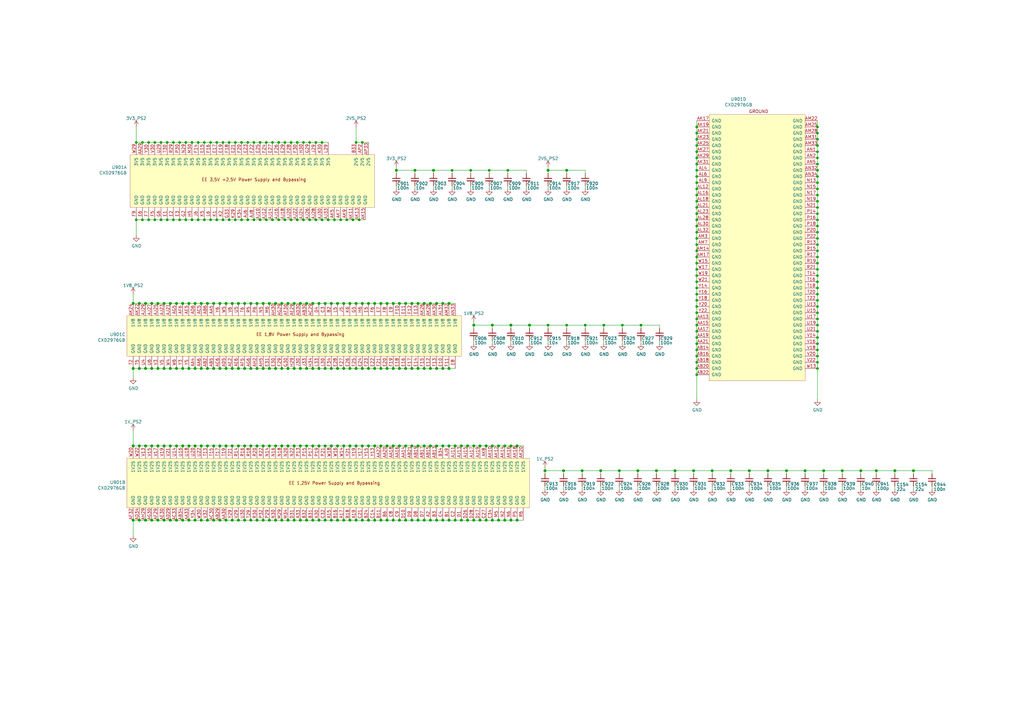
<source format=kicad_sch>
(kicad_sch (version 20230121) (generator eeschema)
  (paper "A3")
  (title_block (title "PS2 Emotion Engine Power") (rev "0.3") (comment 5 "-a project by Tschicki"))
  (junction (at 102.87 182.88) (diameter 1.016))
  (junction (at 173.99 213.36) (diameter 1.016))
  (junction (at 191.77 213.36) (diameter 1.016))
  (junction (at 285.75 130.81))
  (junction (at 285.75 62.23))
  (junction (at 90.17 151.13) (diameter 1.016))
  (junction (at 78.74 90.17))
  (junction (at 135.89 124.46) (diameter 1.016))
  (junction (at 285.75 123.19))
  (junction (at 63.5 90.17))
  (junction (at 144.78 90.17))
  (junction (at 359.41 193.04) (diameter 1.016))
  (junction (at 176.53 182.88) (diameter 1.016))
  (junction (at 335.28 151.13))
  (junction (at 285.75 67.31))
  (junction (at 59.69 124.46) (diameter 1.016))
  (junction (at 335.28 118.11))
  (junction (at 151.13 124.46) (diameter 1.016))
  (junction (at 285.75 102.87))
  (junction (at 335.28 72.39))
  (junction (at 113.03 182.88) (diameter 1.016))
  (junction (at 146.05 213.36) (diameter 1.016))
  (junction (at 196.85 182.88) (diameter 1.016))
  (junction (at 96.52 58.42))
  (junction (at 129.54 90.17))
  (junction (at 139.7 90.17))
  (junction (at 177.8 69.85) (diameter 1.016))
  (junction (at 92.71 182.88) (diameter 1.016))
  (junction (at 59.69 213.36) (diameter 1.016))
  (junction (at 153.67 124.46) (diameter 1.016))
  (junction (at 113.03 124.46) (diameter 1.016))
  (junction (at 115.57 213.36) (diameter 1.016))
  (junction (at 95.25 182.88) (diameter 1.016))
  (junction (at 72.39 213.36) (diameter 1.016))
  (junction (at 109.22 58.42))
  (junction (at 54.61 213.36) (diameter 1.016))
  (junction (at 166.37 182.88) (diameter 1.016))
  (junction (at 189.23 213.36) (diameter 1.016))
  (junction (at 127 58.42))
  (junction (at 64.77 213.36) (diameter 1.016))
  (junction (at 163.83 151.13) (diameter 1.016))
  (junction (at 335.28 107.95))
  (junction (at 285.75 125.73))
  (junction (at 161.29 151.13) (diameter 1.016))
  (junction (at 335.28 77.47))
  (junction (at 335.28 100.33))
  (junction (at 111.76 58.42))
  (junction (at 335.28 87.63))
  (junction (at 147.32 90.17))
  (junction (at 130.81 151.13) (diameter 1.016))
  (junction (at 173.99 151.13) (diameter 1.016))
  (junction (at 87.63 213.36) (diameter 1.016))
  (junction (at 85.09 151.13) (diameter 1.016))
  (junction (at 91.44 58.42))
  (junction (at 74.93 151.13) (diameter 1.016))
  (junction (at 223.52 193.04) (diameter 1.016))
  (junction (at 128.27 124.46) (diameter 1.016))
  (junction (at 148.59 124.46) (diameter 1.016))
  (junction (at 285.75 148.59))
  (junction (at 77.47 151.13) (diameter 1.016))
  (junction (at 168.91 124.46) (diameter 1.016))
  (junction (at 133.35 213.36) (diameter 1.016))
  (junction (at 140.97 151.13) (diameter 1.016))
  (junction (at 335.28 120.65))
  (junction (at 158.75 124.46) (diameter 1.016))
  (junction (at 118.11 213.36) (diameter 1.016))
  (junction (at 148.59 58.42))
  (junction (at 128.27 151.13) (diameter 1.016))
  (junction (at 179.07 151.13) (diameter 1.016))
  (junction (at 66.04 58.42))
  (junction (at 285.75 140.97))
  (junction (at 67.31 124.46) (diameter 1.016))
  (junction (at 130.81 182.88) (diameter 1.016))
  (junction (at 86.36 90.17))
  (junction (at 335.28 90.17))
  (junction (at 115.57 124.46) (diameter 1.016))
  (junction (at 156.21 213.36) (diameter 1.016))
  (junction (at 168.91 213.36) (diameter 1.016))
  (junction (at 204.47 182.88) (diameter 1.016))
  (junction (at 156.21 182.88) (diameter 1.016))
  (junction (at 285.75 97.79))
  (junction (at 168.91 182.88) (diameter 1.016))
  (junction (at 212.09 213.36) (diameter 1.016))
  (junction (at 57.15 213.36) (diameter 1.016))
  (junction (at 100.33 182.88) (diameter 1.016))
  (junction (at 142.24 90.17))
  (junction (at 335.28 135.89))
  (junction (at 80.01 151.13) (diameter 1.016))
  (junction (at 104.14 58.42))
  (junction (at 335.28 115.57))
  (junction (at 72.39 151.13) (diameter 1.016))
  (junction (at 110.49 213.36) (diameter 1.016))
  (junction (at 335.28 97.79))
  (junction (at 91.44 90.17))
  (junction (at 285.75 87.63))
  (junction (at 285.75 95.25))
  (junction (at 101.6 90.17))
  (junction (at 166.37 124.46) (diameter 1.016))
  (junction (at 87.63 124.46) (diameter 1.016))
  (junction (at 335.28 69.85))
  (junction (at 353.06 193.04) (diameter 1.016))
  (junction (at 163.83 213.36) (diameter 1.016))
  (junction (at 146.05 124.46) (diameter 1.016))
  (junction (at 285.75 90.17))
  (junction (at 171.45 151.13) (diameter 1.016))
  (junction (at 120.65 151.13) (diameter 1.016))
  (junction (at 285.75 138.43))
  (junction (at 140.97 213.36) (diameter 1.016))
  (junction (at 199.39 182.88) (diameter 1.016))
  (junction (at 105.41 213.36) (diameter 1.016))
  (junction (at 93.98 90.17))
  (junction (at 262.89 133.35))
  (junction (at 106.68 58.42))
  (junction (at 335.28 52.07))
  (junction (at 166.37 151.13) (diameter 1.016))
  (junction (at 335.28 92.71))
  (junction (at 68.58 90.17))
  (junction (at 151.13 213.36) (diameter 1.016))
  (junction (at 285.75 85.09))
  (junction (at 335.28 146.05))
  (junction (at 81.28 90.17))
  (junction (at 171.45 124.46) (diameter 1.016))
  (junction (at 146.05 182.88) (diameter 1.016))
  (junction (at 74.93 182.88) (diameter 1.016))
  (junction (at 54.61 151.13) (diameter 1.016))
  (junction (at 194.31 213.36) (diameter 1.016))
  (junction (at 238.76 193.04) (diameter 1.016))
  (junction (at 60.96 58.42))
  (junction (at 76.2 58.42))
  (junction (at 173.99 124.46) (diameter 1.016))
  (junction (at 132.08 90.17))
  (junction (at 100.33 124.46) (diameter 1.016))
  (junction (at 69.85 182.88) (diameter 1.016))
  (junction (at 137.16 90.17))
  (junction (at 66.04 90.17))
  (junction (at 153.67 213.36) (diameter 1.016))
  (junction (at 335.28 138.43))
  (junction (at 199.39 213.36) (diameter 1.016))
  (junction (at 69.85 124.46) (diameter 1.016))
  (junction (at 63.5 58.42))
  (junction (at 69.85 151.13) (diameter 1.016))
  (junction (at 285.75 133.35))
  (junction (at 201.93 213.36) (diameter 1.016))
  (junction (at 54.61 124.46) (diameter 1.016))
  (junction (at 191.77 182.88) (diameter 1.016))
  (junction (at 104.14 90.17))
  (junction (at 97.79 151.13) (diameter 1.016))
  (junction (at 285.75 77.47))
  (junction (at 85.09 213.36) (diameter 1.016))
  (junction (at 181.61 213.36) (diameter 1.016))
  (junction (at 171.45 182.88) (diameter 1.016))
  (junction (at 367.03 193.04) (diameter 1.016))
  (junction (at 138.43 182.88) (diameter 1.016))
  (junction (at 322.58 193.04) (diameter 1.016))
  (junction (at 78.74 58.42))
  (junction (at 133.35 124.46) (diameter 1.016))
  (junction (at 335.28 64.77))
  (junction (at 130.81 124.46) (diameter 1.016))
  (junction (at 335.28 57.15))
  (junction (at 217.17 133.35) (diameter 1.016))
  (junction (at 57.15 151.13) (diameter 1.016))
  (junction (at 185.42 69.85))
  (junction (at 102.87 213.36) (diameter 1.016))
  (junction (at 254 193.04) (diameter 1.016))
  (junction (at 163.83 124.46) (diameter 1.016))
  (junction (at 123.19 213.36) (diameter 1.016))
  (junction (at 163.83 182.88) (diameter 1.016))
  (junction (at 335.28 143.51))
  (junction (at 335.28 125.73))
  (junction (at 105.41 124.46) (diameter 1.016))
  (junction (at 135.89 213.36) (diameter 1.016))
  (junction (at 193.04 69.85))
  (junction (at 284.48 193.04) (diameter 1.016))
  (junction (at 285.75 74.93))
  (junction (at 95.25 124.46) (diameter 1.016))
  (junction (at 374.65 193.04) (diameter 1.016))
  (junction (at 201.93 133.35) (diameter 1.016))
  (junction (at 176.53 213.36) (diameter 1.016))
  (junction (at 307.34 193.04) (diameter 1.016))
  (junction (at 87.63 182.88) (diameter 1.016))
  (junction (at 143.51 124.46) (diameter 1.016))
  (junction (at 87.63 151.13) (diameter 1.016))
  (junction (at 88.9 58.42))
  (junction (at 189.23 182.88) (diameter 1.016))
  (junction (at 130.81 213.36) (diameter 1.016))
  (junction (at 158.75 151.13) (diameter 1.016))
  (junction (at 90.17 213.36) (diameter 1.016))
  (junction (at 125.73 182.88) (diameter 1.016))
  (junction (at 335.28 105.41))
  (junction (at 118.11 124.46) (diameter 1.016))
  (junction (at 102.87 124.46) (diameter 1.016))
  (junction (at 133.35 151.13) (diameter 1.016))
  (junction (at 74.93 213.36) (diameter 1.016))
  (junction (at 90.17 182.88) (diameter 1.016))
  (junction (at 184.15 151.13) (diameter 1.016))
  (junction (at 110.49 182.88) (diameter 1.016))
  (junction (at 161.29 124.46) (diameter 1.016))
  (junction (at 95.25 151.13) (diameter 1.016))
  (junction (at 285.75 52.07))
  (junction (at 184.15 124.46) (diameter 1.016))
  (junction (at 81.28 58.42))
  (junction (at 162.56 69.85) (diameter 1.016))
  (junction (at 71.12 90.17))
  (junction (at 179.07 213.36) (diameter 1.016))
  (junction (at 146.05 58.42))
  (junction (at 184.15 213.36) (diameter 1.016))
  (junction (at 208.28 69.85))
  (junction (at 186.69 213.36) (diameter 1.016))
  (junction (at 132.08 58.42))
  (junction (at 62.23 182.88) (diameter 1.016))
  (junction (at 64.77 182.88) (diameter 1.016))
  (junction (at 124.46 90.17))
  (junction (at 335.28 80.01))
  (junction (at 181.61 182.88) (diameter 1.016))
  (junction (at 285.75 128.27))
  (junction (at 261.62 193.04) (diameter 1.016))
  (junction (at 120.65 182.88) (diameter 1.016))
  (junction (at 335.28 85.09))
  (junction (at 62.23 213.36) (diameter 1.016))
  (junction (at 181.61 151.13) (diameter 1.016))
  (junction (at 59.69 182.88) (diameter 1.016))
  (junction (at 186.69 182.88) (diameter 1.016))
  (junction (at 62.23 151.13) (diameter 1.016))
  (junction (at 101.6 58.42))
  (junction (at 166.37 213.36) (diameter 1.016))
  (junction (at 125.73 213.36) (diameter 1.016))
  (junction (at 196.85 213.36) (diameter 1.016))
  (junction (at 100.33 213.36) (diameter 1.016))
  (junction (at 116.84 90.17))
  (junction (at 120.65 124.46) (diameter 1.016))
  (junction (at 97.79 213.36) (diameter 1.016))
  (junction (at 123.19 151.13) (diameter 1.016))
  (junction (at 96.52 90.17))
  (junction (at 134.62 90.17))
  (junction (at 335.28 67.31))
  (junction (at 85.09 182.88) (diameter 1.016))
  (junction (at 335.28 113.03))
  (junction (at 285.75 82.55))
  (junction (at 207.01 213.36) (diameter 1.016))
  (junction (at 62.23 124.46) (diameter 1.016))
  (junction (at 86.36 58.42))
  (junction (at 114.3 90.17))
  (junction (at 146.05 151.13) (diameter 1.016))
  (junction (at 57.15 182.88) (diameter 1.016))
  (junction (at 151.13 182.88) (diameter 1.016))
  (junction (at 80.01 124.46) (diameter 1.016))
  (junction (at 67.31 213.36) (diameter 1.016))
  (junction (at 212.09 182.88) (diameter 1.016))
  (junction (at 335.28 62.23))
  (junction (at 285.75 57.15))
  (junction (at 129.54 58.42))
  (junction (at 285.75 92.71))
  (junction (at 345.44 193.04) (diameter 1.016))
  (junction (at 276.86 193.04) (diameter 1.016))
  (junction (at 156.21 124.46) (diameter 1.016))
  (junction (at 335.28 54.61))
  (junction (at 107.95 124.46) (diameter 1.016))
  (junction (at 285.75 118.11))
  (junction (at 255.27 133.35))
  (junction (at 64.77 151.13) (diameter 1.016))
  (junction (at 168.91 151.13) (diameter 1.016))
  (junction (at 285.75 72.39))
  (junction (at 105.41 151.13) (diameter 1.016))
  (junction (at 314.96 193.04) (diameter 1.016))
  (junction (at 138.43 124.46) (diameter 1.016))
  (junction (at 113.03 213.36) (diameter 1.016))
  (junction (at 285.75 120.65))
  (junction (at 119.38 90.17))
  (junction (at 54.61 182.88) (diameter 1.016))
  (junction (at 95.25 213.36) (diameter 1.016))
  (junction (at 80.01 213.36) (diameter 1.016))
  (junction (at 121.92 58.42))
  (junction (at 335.28 110.49))
  (junction (at 107.95 213.36) (diameter 1.016))
  (junction (at 74.93 124.46) (diameter 1.016))
  (junction (at 82.55 151.13) (diameter 1.016))
  (junction (at 90.17 124.46) (diameter 1.016))
  (junction (at 153.67 182.88) (diameter 1.016))
  (junction (at 116.84 58.42))
  (junction (at 133.35 182.88) (diameter 1.016))
  (junction (at 72.39 124.46) (diameter 1.016))
  (junction (at 209.55 213.36) (diameter 1.016))
  (junction (at 88.9 90.17))
  (junction (at 285.75 59.69))
  (junction (at 335.28 128.27))
  (junction (at 335.28 95.25))
  (junction (at 153.67 151.13) (diameter 1.016))
  (junction (at 124.46 58.42))
  (junction (at 292.1 193.04) (diameter 1.016))
  (junction (at 269.24 193.04) (diameter 1.016))
  (junction (at 232.41 133.35))
  (junction (at 135.89 151.13) (diameter 1.016))
  (junction (at 107.95 182.88) (diameter 1.016))
  (junction (at 173.99 182.88) (diameter 1.016))
  (junction (at 113.03 151.13) (diameter 1.016))
  (junction (at 115.57 182.88) (diameter 1.016))
  (junction (at 158.75 213.36) (diameter 1.016))
  (junction (at 140.97 182.88) (diameter 1.016))
  (junction (at 60.96 90.17))
  (junction (at 224.79 133.35))
  (junction (at 105.41 182.88) (diameter 1.016))
  (junction (at 156.21 151.13) (diameter 1.016))
  (junction (at 57.15 124.46) (diameter 1.016))
  (junction (at 140.97 124.46) (diameter 1.016))
  (junction (at 67.31 182.88) (diameter 1.016))
  (junction (at 121.92 90.17))
  (junction (at 209.55 133.35) (diameter 1.016))
  (junction (at 330.2 193.04) (diameter 1.016))
  (junction (at 335.28 82.55))
  (junction (at 158.75 182.88) (diameter 1.016))
  (junction (at 107.95 151.13) (diameter 1.016))
  (junction (at 240.03 133.35))
  (junction (at 55.88 90.17))
  (junction (at 148.59 151.13) (diameter 1.016))
  (junction (at 100.33 151.13) (diameter 1.016))
  (junction (at 335.28 148.59))
  (junction (at 82.55 124.46) (diameter 1.016))
  (junction (at 285.75 100.33))
  (junction (at 335.28 59.69))
  (junction (at 143.51 213.36) (diameter 1.016))
  (junction (at 82.55 182.88) (diameter 1.016))
  (junction (at 224.79 69.85) (diameter 1.016))
  (junction (at 209.55 182.88) (diameter 1.016))
  (junction (at 99.06 58.42))
  (junction (at 285.75 69.85))
  (junction (at 82.55 213.36) (diameter 1.016))
  (junction (at 69.85 213.36) (diameter 1.016))
  (junction (at 68.58 58.42))
  (junction (at 181.61 124.46) (diameter 1.016))
  (junction (at 73.66 90.17))
  (junction (at 161.29 182.88) (diameter 1.016))
  (junction (at 285.75 64.77))
  (junction (at 232.41 69.85) (diameter 1.016))
  (junction (at 143.51 182.88) (diameter 1.016))
  (junction (at 207.01 182.88) (diameter 1.016))
  (junction (at 285.75 135.89))
  (junction (at 111.76 90.17))
  (junction (at 247.65 133.35))
  (junction (at 176.53 124.46) (diameter 1.016))
  (junction (at 285.75 105.41))
  (junction (at 285.75 54.61))
  (junction (at 138.43 213.36) (diameter 1.016))
  (junction (at 83.82 90.17))
  (junction (at 125.73 151.13) (diameter 1.016))
  (junction (at 115.57 151.13) (diameter 1.016))
  (junction (at 58.42 90.17))
  (junction (at 58.42 58.42))
  (junction (at 285.75 107.95))
  (junction (at 161.29 213.36) (diameter 1.016))
  (junction (at 231.14 193.04) (diameter 1.016))
  (junction (at 67.31 151.13) (diameter 1.016))
  (junction (at 285.75 153.67))
  (junction (at 83.82 58.42))
  (junction (at 97.79 182.88) (diameter 1.016))
  (junction (at 59.69 151.13) (diameter 1.016))
  (junction (at 200.66 69.85))
  (junction (at 148.59 182.88) (diameter 1.016))
  (junction (at 77.47 124.46) (diameter 1.016))
  (junction (at 204.47 213.36) (diameter 1.016))
  (junction (at 194.31 182.88) (diameter 1.016))
  (junction (at 335.28 133.35))
  (junction (at 285.75 115.57))
  (junction (at 135.89 182.88) (diameter 1.016))
  (junction (at 77.47 182.88) (diameter 1.016))
  (junction (at 335.28 102.87))
  (junction (at 285.75 110.49))
  (junction (at 76.2 90.17))
  (junction (at 120.65 213.36) (diameter 1.016))
  (junction (at 246.38 193.04) (diameter 1.016))
  (junction (at 176.53 151.13) (diameter 1.016))
  (junction (at 335.28 140.97))
  (junction (at 125.73 124.46) (diameter 1.016))
  (junction (at 123.19 124.46) (diameter 1.016))
  (junction (at 102.87 151.13) (diameter 1.016))
  (junction (at 128.27 182.88) (diameter 1.016))
  (junction (at 92.71 151.13) (diameter 1.016))
  (junction (at 55.88 58.42))
  (junction (at 170.18 69.85) (diameter 1.016))
  (junction (at 285.75 113.03))
  (junction (at 64.77 124.46) (diameter 1.016))
  (junction (at 109.22 90.17))
  (junction (at 285.75 143.51))
  (junction (at 97.79 124.46) (diameter 1.016))
  (junction (at 128.27 213.36) (diameter 1.016))
  (junction (at 285.75 151.13))
  (junction (at 285.75 80.01))
  (junction (at 119.38 58.42))
  (junction (at 337.82 193.04) (diameter 1.016))
  (junction (at 138.43 151.13) (diameter 1.016))
  (junction (at 118.11 151.13) (diameter 1.016))
  (junction (at 72.39 182.88) (diameter 1.016))
  (junction (at 179.07 124.46) (diameter 1.016))
  (junction (at 110.49 124.46) (diameter 1.016))
  (junction (at 285.75 146.05))
  (junction (at 179.07 182.88) (diameter 1.016))
  (junction (at 73.66 58.42))
  (junction (at 71.12 58.42))
  (junction (at 85.09 124.46) (diameter 1.016))
  (junction (at 92.71 124.46) (diameter 1.016))
  (junction (at 123.19 182.88) (diameter 1.016))
  (junction (at 151.13 151.13) (diameter 1.016))
  (junction (at 77.47 213.36) (diameter 1.016))
  (junction (at 143.51 151.13) (diameter 1.016))
  (junction (at 335.28 130.81))
  (junction (at 194.31 133.35) (diameter 1.016))
  (junction (at 201.93 182.88) (diameter 1.016))
  (junction (at 110.49 151.13) (diameter 1.016))
  (junction (at 299.72 193.04) (diameter 1.016))
  (junction (at 93.98 58.42))
  (junction (at 335.28 123.19))
  (junction (at 335.28 74.93))
  (junction (at 171.45 213.36) (diameter 1.016))
  (junction (at 114.3 58.42))
  (junction (at 148.59 213.36) (diameter 1.016))
  (junction (at 99.06 90.17))
  (junction (at 92.71 213.36) (diameter 1.016))
  (junction (at 80.01 182.88) (diameter 1.016))
  (junction (at 127 90.17))
  (junction (at 106.68 90.17))
  (junction (at 118.11 182.88) (diameter 1.016))
  (junction (at 184.15 182.88) (diameter 1.016))
  (wire (pts (xy 85.09 151.13) (xy 87.63 151.13)))
  (wire (pts (xy 240.03 133.35) (xy 240.03 134.62)))
  (wire (pts (xy 95.25 124.46) (xy 97.79 124.46)))
  (wire (pts (xy 307.34 193.04) (xy 307.34 194.31)))
  (wire (pts (xy 209.55 133.35) (xy 209.55 134.62)))
  (wire (pts (xy 238.76 193.04) (xy 238.76 194.31)))
  (wire (pts (xy 255.27 133.35) (xy 255.27 134.62)))
  (wire (pts (xy 99.06 58.42) (xy 101.6 58.42)))
  (wire (pts (xy 162.56 69.85) (xy 170.18 69.85)))
  (wire (pts (xy 140.97 124.46) (xy 143.51 124.46)))
  (wire (pts (xy 102.87 151.13) (xy 105.41 151.13)))
  (wire (pts (xy 285.75 143.51) (xy 285.75 146.05)))
  (wire (pts (xy 83.82 58.42) (xy 86.36 58.42)))
  (wire (pts (xy 82.55 213.36) (xy 85.09 213.36)))
  (wire (pts (xy 82.55 182.88) (xy 85.09 182.88)))
  (wire (pts (xy 161.29 151.13) (xy 163.83 151.13)))
  (wire (pts (xy 143.51 124.46) (xy 146.05 124.46)))
  (wire (pts (xy 71.12 58.42) (xy 73.66 58.42)))
  (wire (pts (xy 92.71 213.36) (xy 95.25 213.36)))
  (wire (pts (xy 140.97 151.13) (xy 143.51 151.13)))
  (wire (pts (xy 59.69 213.36) (xy 62.23 213.36)))
  (wire (pts (xy 110.49 182.88) (xy 113.03 182.88)))
  (wire (pts (xy 217.17 133.35) (xy 217.17 134.62)))
  (wire (pts (xy 92.71 124.46) (xy 95.25 124.46)))
  (wire (pts (xy 97.79 213.36) (xy 100.33 213.36)))
  (wire (pts (xy 179.07 213.36) (xy 181.61 213.36)))
  (wire (pts (xy 144.78 90.17) (xy 147.32 90.17)))
  (wire (pts (xy 153.67 151.13) (xy 156.21 151.13)))
  (wire (pts (xy 73.66 58.42) (xy 76.2 58.42)))
  (wire (pts (xy 231.14 199.39) (xy 231.14 200.66)))
  (wire (pts (xy 113.03 182.88) (xy 115.57 182.88)))
  (wire (pts (xy 335.28 69.85) (xy 335.28 72.39)))
  (wire (pts (xy 208.28 76.2) (xy 208.28 77.47)))
  (wire (pts (xy 335.28 62.23) (xy 335.28 64.77)))
  (wire (pts (xy 120.65 182.88) (xy 123.19 182.88)))
  (wire (pts (xy 285.75 138.43) (xy 285.75 140.97)))
  (wire (pts (xy 57.15 213.36) (xy 59.69 213.36)))
  (wire (pts (xy 193.04 69.85) (xy 193.04 71.12)))
  (wire (pts (xy 68.58 58.42) (xy 71.12 58.42)))
  (wire (pts (xy 276.86 199.39) (xy 276.86 200.66)))
  (wire (pts (xy 285.75 151.13) (xy 285.75 153.67)))
  (wire (pts (xy 186.69 182.88) (xy 189.23 182.88)))
  (wire (pts (xy 179.07 182.88) (xy 181.61 182.88)))
  (wire (pts (xy 337.82 199.39) (xy 337.82 200.66)))
  (wire (pts (xy 54.61 151.13) (xy 57.15 151.13)))
  (wire (pts (xy 100.33 151.13) (xy 102.87 151.13)))
  (wire (pts (xy 194.31 133.35) (xy 201.93 133.35)))
  (wire (pts (xy 285.75 52.07) (xy 285.75 54.61)))
  (wire (pts (xy 72.39 151.13) (xy 74.93 151.13)))
  (wire (pts (xy 367.03 199.39) (xy 367.03 200.66)))
  (wire (pts (xy 171.45 151.13) (xy 173.99 151.13)))
  (wire (pts (xy 285.75 135.89) (xy 285.75 138.43)))
  (wire (pts (xy 128.27 151.13) (xy 130.81 151.13)))
  (wire (pts (xy 255.27 133.35) (xy 262.89 133.35)))
  (wire (pts (xy 335.28 82.55) (xy 335.28 85.09)))
  (wire (pts (xy 72.39 124.46) (xy 74.93 124.46)))
  (wire (pts (xy 148.59 124.46) (xy 151.13 124.46)))
  (wire (pts (xy 121.92 90.17) (xy 124.46 90.17)))
  (wire (pts (xy 148.59 151.13) (xy 151.13 151.13)))
  (wire (pts (xy 170.18 69.85) (xy 177.8 69.85)))
  (wire (pts (xy 153.67 213.36) (xy 156.21 213.36)))
  (wire (pts (xy 130.81 182.88) (xy 133.35 182.88)))
  (wire (pts (xy 177.8 69.85) (xy 177.8 71.12)))
  (wire (pts (xy 232.41 76.2) (xy 232.41 77.47)))
  (wire (pts (xy 189.23 182.88) (xy 191.77 182.88)))
  (wire (pts (xy 113.03 124.46) (xy 115.57 124.46)))
  (wire (pts (xy 74.93 124.46) (xy 77.47 124.46)))
  (wire (pts (xy 107.95 124.46) (xy 110.49 124.46)))
  (wire (pts (xy 200.66 76.2) (xy 200.66 77.47)))
  (wire (pts (xy 276.86 193.04) (xy 284.48 193.04)))
  (wire (pts (xy 135.89 182.88) (xy 138.43 182.88)))
  (wire (pts (xy 207.01 213.36) (xy 209.55 213.36)))
  (wire (pts (xy 72.39 182.88) (xy 74.93 182.88)))
  (wire (pts (xy 139.7 90.17) (xy 142.24 90.17)))
  (wire (pts (xy 123.19 213.36) (xy 125.73 213.36)))
  (wire (pts (xy 285.75 97.79) (xy 285.75 100.33)))
  (wire (pts (xy 156.21 213.36) (xy 158.75 213.36)))
  (wire (pts (xy 168.91 182.88) (xy 171.45 182.88)))
  (wire (pts (xy 118.11 182.88) (xy 120.65 182.88)))
  (wire (pts (xy 163.83 151.13) (xy 166.37 151.13)))
  (wire (pts (xy 335.28 120.65) (xy 335.28 123.19)))
  (wire (pts (xy 374.65 193.04) (xy 374.65 194.31)))
  (wire (pts (xy 87.63 213.36) (xy 90.17 213.36)))
  (wire (pts (xy 284.48 193.04) (xy 292.1 193.04)))
  (wire (pts (xy 208.28 69.85) (xy 215.9 69.85)))
  (wire (pts (xy 95.25 182.88) (xy 97.79 182.88)))
  (wire (pts (xy 209.55 139.7) (xy 209.55 140.97)))
  (wire (pts (xy 127 90.17) (xy 129.54 90.17)))
  (wire (pts (xy 184.15 182.88) (xy 186.69 182.88)))
  (wire (pts (xy 367.03 193.04) (xy 367.03 194.31)))
  (wire (pts (xy 179.07 151.13) (xy 181.61 151.13)))
  (wire (pts (xy 285.75 148.59) (xy 285.75 151.13)))
  (wire (pts (xy 176.53 151.13) (xy 179.07 151.13)))
  (wire (pts (xy 247.65 133.35) (xy 255.27 133.35)))
  (wire (pts (xy 113.03 213.36) (xy 115.57 213.36)))
  (wire (pts (xy 209.55 133.35) (xy 217.17 133.35)))
  (wire (pts (xy 80.01 124.46) (xy 82.55 124.46)))
  (wire (pts (xy 125.73 124.46) (xy 128.27 124.46)))
  (wire (pts (xy 335.28 77.47) (xy 335.28 80.01)))
  (wire (pts (xy 285.75 110.49) (xy 285.75 113.03)))
  (wire (pts (xy 90.17 182.88) (xy 92.71 182.88)))
  (wire (pts (xy 335.28 87.63) (xy 335.28 90.17)))
  (wire (pts (xy 54.61 182.88) (xy 57.15 182.88)))
  (wire (pts (xy 158.75 124.46) (xy 161.29 124.46)))
  (wire (pts (xy 153.67 182.88) (xy 156.21 182.88)))
  (wire (pts (xy 118.11 124.46) (xy 120.65 124.46)))
  (wire (pts (xy 77.47 151.13) (xy 80.01 151.13)))
  (wire (pts (xy 91.44 90.17) (xy 93.98 90.17)))
  (wire (pts (xy 54.61 120.65) (xy 54.61 124.46)))
  (wire (pts (xy 110.49 151.13) (xy 113.03 151.13)))
  (wire (pts (xy 114.3 90.17) (xy 116.84 90.17)))
  (wire (pts (xy 116.84 90.17) (xy 119.38 90.17)))
  (wire (pts (xy 96.52 58.42) (xy 99.06 58.42)))
  (wire (pts (xy 335.28 146.05) (xy 335.28 148.59)))
  (wire (pts (xy 285.75 118.11) (xy 285.75 120.65)))
  (wire (pts (xy 54.61 213.36) (xy 57.15 213.36)))
  (wire (pts (xy 247.65 139.7) (xy 247.65 140.97)))
  (wire (pts (xy 151.13 213.36) (xy 153.67 213.36)))
  (wire (pts (xy 224.79 76.2) (xy 224.79 77.47)))
  (wire (pts (xy 90.17 151.13) (xy 92.71 151.13)))
  (wire (pts (xy 330.2 193.04) (xy 330.2 194.31)))
  (wire (pts (xy 238.76 193.04) (xy 246.38 193.04)))
  (wire (pts (xy 173.99 124.46) (xy 176.53 124.46)))
  (wire (pts (xy 285.75 120.65) (xy 285.75 123.19)))
  (wire (pts (xy 285.75 140.97) (xy 285.75 143.51)))
  (wire (pts (xy 82.55 151.13) (xy 85.09 151.13)))
  (wire (pts (xy 337.82 193.04) (xy 345.44 193.04)))
  (wire (pts (xy 125.73 182.88) (xy 128.27 182.88)))
  (wire (pts (xy 335.28 57.15) (xy 335.28 59.69)))
  (wire (pts (xy 109.22 90.17) (xy 111.76 90.17)))
  (wire (pts (xy 166.37 124.46) (xy 168.91 124.46)))
  (wire (pts (xy 200.66 69.85) (xy 208.28 69.85)))
  (wire (pts (xy 87.63 182.88) (xy 90.17 182.88)))
  (wire (pts (xy 299.72 193.04) (xy 307.34 193.04)))
  (wire (pts (xy 120.65 213.36) (xy 123.19 213.36)))
  (wire (pts (xy 133.35 151.13) (xy 135.89 151.13)))
  (wire (pts (xy 201.93 133.35) (xy 209.55 133.35)))
  (wire (pts (xy 193.04 76.2) (xy 193.04 77.47)))
  (wire (pts (xy 158.75 182.88) (xy 161.29 182.88)))
  (wire (pts (xy 285.75 74.93) (xy 285.75 77.47)))
  (wire (pts (xy 330.2 193.04) (xy 337.82 193.04)))
  (wire (pts (xy 335.28 138.43) (xy 335.28 140.97)))
  (wire (pts (xy 185.42 76.2) (xy 185.42 77.47)))
  (wire (pts (xy 200.66 69.85) (xy 200.66 71.12)))
  (wire (pts (xy 156.21 182.88) (xy 158.75 182.88)))
  (wire (pts (xy 86.36 90.17) (xy 88.9 90.17)))
  (wire (pts (xy 100.33 182.88) (xy 102.87 182.88)))
  (wire (pts (xy 124.46 90.17) (xy 127 90.17)))
  (wire (pts (xy 88.9 58.42) (xy 91.44 58.42)))
  (wire (pts (xy 105.41 124.46) (xy 107.95 124.46)))
  (wire (pts (xy 74.93 151.13) (xy 77.47 151.13)))
  (wire (pts (xy 374.65 199.39) (xy 374.65 200.66)))
  (wire (pts (xy 224.79 139.7) (xy 224.79 140.97)))
  (wire (pts (xy 345.44 193.04) (xy 345.44 194.31)))
  (wire (pts (xy 95.25 213.36) (xy 97.79 213.36)))
  (wire (pts (xy 119.38 58.42) (xy 121.92 58.42)))
  (wire (pts (xy 224.79 69.85) (xy 232.41 69.85)))
  (wire (pts (xy 171.45 124.46) (xy 173.99 124.46)))
  (wire (pts (xy 82.55 124.46) (xy 85.09 124.46)))
  (wire (pts (xy 115.57 124.46) (xy 118.11 124.46)))
  (wire (pts (xy 232.41 69.85) (xy 232.41 71.12)))
  (wire (pts (xy 285.75 62.23) (xy 285.75 64.77)))
  (wire (pts (xy 199.39 213.36) (xy 201.93 213.36)))
  (wire (pts (xy 91.44 58.42) (xy 93.98 58.42)))
  (wire (pts (xy 285.75 67.31) (xy 285.75 69.85)))
  (wire (pts (xy 231.14 193.04) (xy 238.76 193.04)))
  (wire (pts (xy 285.75 80.01) (xy 285.75 82.55)))
  (wire (pts (xy 74.93 182.88) (xy 77.47 182.88)))
  (wire (pts (xy 335.28 49.53) (xy 335.28 52.07)))
  (wire (pts (xy 173.99 182.88) (xy 176.53 182.88)))
  (wire (pts (xy 135.89 124.46) (xy 138.43 124.46)))
  (wire (pts (xy 207.01 182.88) (xy 209.55 182.88)))
  (wire (pts (xy 147.32 90.17) (xy 149.86 90.17)))
  (wire (pts (xy 105.41 213.36) (xy 107.95 213.36)))
  (wire (pts (xy 284.48 199.39) (xy 284.48 200.66)))
  (wire (pts (xy 130.81 151.13) (xy 133.35 151.13)))
  (wire (pts (xy 101.6 90.17) (xy 104.14 90.17)))
  (wire (pts (xy 123.19 151.13) (xy 125.73 151.13)))
  (wire (pts (xy 125.73 151.13) (xy 128.27 151.13)))
  (wire (pts (xy 335.28 102.87) (xy 335.28 105.41)))
  (wire (pts (xy 161.29 213.36) (xy 163.83 213.36)))
  (wire (pts (xy 132.08 90.17) (xy 134.62 90.17)))
  (wire (pts (xy 63.5 90.17) (xy 66.04 90.17)))
  (wire (pts (xy 146.05 151.13) (xy 148.59 151.13)))
  (wire (pts (xy 335.28 151.13) (xy 335.28 163.83)))
  (wire (pts (xy 335.28 72.39) (xy 335.28 74.93)))
  (wire (pts (xy 285.75 92.71) (xy 285.75 95.25)))
  (wire (pts (xy 64.77 213.36) (xy 67.31 213.36)))
  (wire (pts (xy 359.41 193.04) (xy 359.41 194.31)))
  (wire (pts (xy 83.82 90.17) (xy 86.36 90.17)))
  (wire (pts (xy 58.42 90.17) (xy 60.96 90.17)))
  (wire (pts (xy 223.52 191.77) (xy 223.52 193.04)))
  (wire (pts (xy 128.27 213.36) (xy 130.81 213.36)))
  (wire (pts (xy 128.27 124.46) (xy 130.81 124.46)))
  (wire (pts (xy 106.68 90.17) (xy 109.22 90.17)))
  (wire (pts (xy 130.81 124.46) (xy 133.35 124.46)))
  (wire (pts (xy 240.03 69.85) (xy 240.03 71.12)))
  (wire (pts (xy 102.87 213.36) (xy 105.41 213.36)))
  (wire (pts (xy 223.52 193.04) (xy 223.52 194.31)))
  (wire (pts (xy 335.28 85.09) (xy 335.28 87.63)))
  (wire (pts (xy 151.13 182.88) (xy 153.67 182.88)))
  (wire (pts (xy 194.31 133.35) (xy 194.31 134.62)))
  (wire (pts (xy 176.53 182.88) (xy 179.07 182.88)))
  (wire (pts (xy 335.28 115.57) (xy 335.28 118.11)))
  (wire (pts (xy 170.18 69.85) (xy 170.18 71.12)))
  (wire (pts (xy 158.75 151.13) (xy 161.29 151.13)))
  (wire (pts (xy 92.71 151.13) (xy 95.25 151.13)))
  (wire (pts (xy 115.57 182.88) (xy 118.11 182.88)))
  (wire (pts (xy 335.28 54.61) (xy 335.28 57.15)))
  (wire (pts (xy 177.8 69.85) (xy 185.42 69.85)))
  (wire (pts (xy 138.43 182.88) (xy 140.97 182.88)))
  (wire (pts (xy 173.99 151.13) (xy 176.53 151.13)))
  (wire (pts (xy 285.75 64.77) (xy 285.75 67.31)))
  (wire (pts (xy 285.75 82.55) (xy 285.75 85.09)))
  (wire (pts (xy 148.59 58.42) (xy 151.13 58.42)))
  (wire (pts (xy 123.19 182.88) (xy 125.73 182.88)))
  (wire (pts (xy 85.09 182.88) (xy 87.63 182.88)))
  (wire (pts (xy 285.75 57.15) (xy 285.75 59.69)))
  (wire (pts (xy 120.65 151.13) (xy 123.19 151.13)))
  (wire (pts (xy 201.93 182.88) (xy 204.47 182.88)))
  (wire (pts (xy 54.61 213.36) (xy 54.61 219.71)))
  (wire (pts (xy 140.97 213.36) (xy 143.51 213.36)))
  (wire (pts (xy 138.43 213.36) (xy 140.97 213.36)))
  (wire (pts (xy 240.03 76.2) (xy 240.03 77.47)))
  (wire (pts (xy 67.31 124.46) (xy 69.85 124.46)))
  (wire (pts (xy 110.49 124.46) (xy 113.03 124.46)))
  (wire (pts (xy 57.15 151.13) (xy 59.69 151.13)))
  (wire (pts (xy 199.39 182.88) (xy 201.93 182.88)))
  (wire (pts (xy 254 193.04) (xy 261.62 193.04)))
  (wire (pts (xy 95.25 151.13) (xy 97.79 151.13)))
  (wire (pts (xy 189.23 213.36) (xy 191.77 213.36)))
  (wire (pts (xy 285.75 85.09) (xy 285.75 87.63)))
  (wire (pts (xy 194.31 182.88) (xy 196.85 182.88)))
  (wire (pts (xy 209.55 213.36) (xy 212.09 213.36)))
  (wire (pts (xy 127 58.42) (xy 129.54 58.42)))
  (wire (pts (xy 215.9 76.2) (xy 215.9 77.47)))
  (wire (pts (xy 285.75 133.35) (xy 285.75 135.89)))
  (wire (pts (xy 168.91 213.36) (xy 171.45 213.36)))
  (wire (pts (xy 269.24 193.04) (xy 276.86 193.04)))
  (wire (pts (xy 97.79 151.13) (xy 100.33 151.13)))
  (wire (pts (xy 168.91 124.46) (xy 171.45 124.46)))
  (wire (pts (xy 162.56 68.58) (xy 162.56 69.85)))
  (wire (pts (xy 138.43 151.13) (xy 140.97 151.13)))
  (wire (pts (xy 194.31 132.08) (xy 194.31 133.35)))
  (wire (pts (xy 96.52 90.17) (xy 99.06 90.17)))
  (wire (pts (xy 209.55 182.88) (xy 212.09 182.88)))
  (wire (pts (xy 285.75 100.33) (xy 285.75 102.87)))
  (wire (pts (xy 161.29 124.46) (xy 163.83 124.46)))
  (wire (pts (xy 254 193.04) (xy 254 194.31)))
  (wire (pts (xy 285.75 107.95) (xy 285.75 110.49)))
  (wire (pts (xy 80.01 213.36) (xy 82.55 213.36)))
  (wire (pts (xy 285.75 128.27) (xy 285.75 130.81)))
  (wire (pts (xy 168.91 151.13) (xy 171.45 151.13)))
  (wire (pts (xy 134.62 90.17) (xy 137.16 90.17)))
  (wire (pts (xy 270.51 139.7) (xy 270.51 140.97)))
  (wire (pts (xy 322.58 193.04) (xy 330.2 193.04)))
  (wire (pts (xy 110.49 213.36) (xy 113.03 213.36)))
  (wire (pts (xy 240.03 133.35) (xy 247.65 133.35)))
  (wire (pts (xy 74.93 213.36) (xy 77.47 213.36)))
  (wire (pts (xy 335.28 80.01) (xy 335.28 82.55)))
  (wire (pts (xy 335.28 123.19) (xy 335.28 125.73)))
  (wire (pts (xy 254 199.39) (xy 254 200.66)))
  (wire (pts (xy 62.23 124.46) (xy 64.77 124.46)))
  (wire (pts (xy 64.77 182.88) (xy 67.31 182.88)))
  (wire (pts (xy 59.69 124.46) (xy 62.23 124.46)))
  (wire (pts (xy 77.47 124.46) (xy 80.01 124.46)))
  (wire (pts (xy 77.47 213.36) (xy 80.01 213.36)))
  (wire (pts (xy 107.95 151.13) (xy 110.49 151.13)))
  (wire (pts (xy 335.28 74.93) (xy 335.28 77.47)))
  (wire (pts (xy 166.37 182.88) (xy 168.91 182.88)))
  (wire (pts (xy 345.44 193.04) (xy 353.06 193.04)))
  (wire (pts (xy 63.5 58.42) (xy 66.04 58.42)))
  (wire (pts (xy 261.62 193.04) (xy 269.24 193.04)))
  (wire (pts (xy 314.96 193.04) (xy 322.58 193.04)))
  (wire (pts (xy 246.38 199.39) (xy 246.38 200.66)))
  (wire (pts (xy 193.04 69.85) (xy 200.66 69.85)))
  (wire (pts (xy 314.96 193.04) (xy 314.96 194.31)))
  (wire (pts (xy 335.28 135.89) (xy 335.28 138.43)))
  (wire (pts (xy 201.93 133.35) (xy 201.93 134.62)))
  (wire (pts (xy 299.72 193.04) (xy 299.72 194.31)))
  (wire (pts (xy 292.1 199.39) (xy 292.1 200.66)))
  (wire (pts (xy 285.75 49.53) (xy 285.75 52.07)))
  (wire (pts (xy 105.41 151.13) (xy 107.95 151.13)))
  (wire (pts (xy 345.44 199.39) (xy 345.44 200.66)))
  (wire (pts (xy 307.34 199.39) (xy 307.34 200.66)))
  (wire (pts (xy 54.61 124.46) (xy 57.15 124.46)))
  (wire (pts (xy 285.75 102.87) (xy 285.75 105.41)))
  (wire (pts (xy 224.79 133.35) (xy 232.41 133.35)))
  (wire (pts (xy 67.31 182.88) (xy 69.85 182.88)))
  (wire (pts (xy 246.38 193.04) (xy 246.38 194.31)))
  (wire (pts (xy 93.98 58.42) (xy 96.52 58.42)))
  (wire (pts (xy 107.95 182.88) (xy 110.49 182.88)))
  (wire (pts (xy 146.05 52.07) (xy 146.05 58.42)))
  (wire (pts (xy 181.61 124.46) (xy 184.15 124.46)))
  (wire (pts (xy 153.67 124.46) (xy 156.21 124.46)))
  (wire (pts (xy 353.06 193.04) (xy 359.41 193.04)))
  (wire (pts (xy 146.05 182.88) (xy 148.59 182.88)))
  (wire (pts (xy 137.16 90.17) (xy 139.7 90.17)))
  (wire (pts (xy 80.01 151.13) (xy 82.55 151.13)))
  (wire (pts (xy 55.88 52.07) (xy 55.88 58.42)))
  (wire (pts (xy 128.27 182.88) (xy 130.81 182.88)))
  (wire (pts (xy 64.77 151.13) (xy 67.31 151.13)))
  (wire (pts (xy 151.13 151.13) (xy 153.67 151.13)))
  (wire (pts (xy 382.27 199.39) (xy 382.27 200.66)))
  (wire (pts (xy 285.75 95.25) (xy 285.75 97.79)))
  (wire (pts (xy 76.2 58.42) (xy 78.74 58.42)))
  (wire (pts (xy 232.41 69.85) (xy 240.03 69.85)))
  (wire (pts (xy 335.28 133.35) (xy 335.28 135.89)))
  (wire (pts (xy 285.75 72.39) (xy 285.75 74.93)))
  (wire (pts (xy 121.92 58.42) (xy 124.46 58.42)))
  (wire (pts (xy 208.28 69.85) (xy 208.28 71.12)))
  (wire (pts (xy 133.35 182.88) (xy 135.89 182.88)))
  (wire (pts (xy 62.23 151.13) (xy 64.77 151.13)))
  (wire (pts (xy 335.28 90.17) (xy 335.28 92.71)))
  (wire (pts (xy 232.41 139.7) (xy 232.41 140.97)))
  (wire (pts (xy 166.37 151.13) (xy 168.91 151.13)))
  (wire (pts (xy 85.09 213.36) (xy 87.63 213.36)))
  (wire (pts (xy 111.76 90.17) (xy 114.3 90.17)))
  (wire (pts (xy 173.99 213.36) (xy 176.53 213.36)))
  (wire (pts (xy 66.04 58.42) (xy 68.58 58.42)))
  (wire (pts (xy 148.59 182.88) (xy 151.13 182.88)))
  (wire (pts (xy 67.31 151.13) (xy 69.85 151.13)))
  (wire (pts (xy 99.06 90.17) (xy 101.6 90.17)))
  (wire (pts (xy 307.34 193.04) (xy 314.96 193.04)))
  (wire (pts (xy 146.05 124.46) (xy 148.59 124.46)))
  (wire (pts (xy 69.85 151.13) (xy 72.39 151.13)))
  (wire (pts (xy 335.28 140.97) (xy 335.28 143.51)))
  (wire (pts (xy 367.03 193.04) (xy 374.65 193.04)))
  (wire (pts (xy 118.11 213.36) (xy 120.65 213.36)))
  (wire (pts (xy 359.41 193.04) (xy 367.03 193.04)))
  (wire (pts (xy 335.28 107.95) (xy 335.28 110.49)))
  (wire (pts (xy 185.42 69.85) (xy 185.42 71.12)))
  (wire (pts (xy 87.63 151.13) (xy 90.17 151.13)))
  (wire (pts (xy 284.48 193.04) (xy 284.48 194.31)))
  (wire (pts (xy 69.85 213.36) (xy 72.39 213.36)))
  (wire (pts (xy 162.56 76.2) (xy 162.56 77.47)))
  (wire (pts (xy 335.28 100.33) (xy 335.28 102.87)))
  (wire (pts (xy 59.69 151.13) (xy 62.23 151.13)))
  (wire (pts (xy 232.41 133.35) (xy 232.41 134.62)))
  (wire (pts (xy 285.75 87.63) (xy 285.75 90.17)))
  (wire (pts (xy 314.96 199.39) (xy 314.96 200.66)))
  (wire (pts (xy 231.14 193.04) (xy 231.14 194.31)))
  (wire (pts (xy 115.57 213.36) (xy 118.11 213.36)))
  (wire (pts (xy 194.31 139.7) (xy 194.31 140.97)))
  (wire (pts (xy 57.15 182.88) (xy 59.69 182.88)))
  (wire (pts (xy 59.69 182.88) (xy 62.23 182.88)))
  (wire (pts (xy 129.54 90.17) (xy 132.08 90.17)))
  (wire (pts (xy 186.69 213.36) (xy 189.23 213.36)))
  (wire (pts (xy 269.24 199.39) (xy 269.24 200.66)))
  (wire (pts (xy 113.03 151.13) (xy 115.57 151.13)))
  (wire (pts (xy 163.83 182.88) (xy 166.37 182.88)))
  (wire (pts (xy 151.13 124.46) (xy 153.67 124.46)))
  (wire (pts (xy 62.23 213.36) (xy 64.77 213.36)))
  (wire (pts (xy 81.28 90.17) (xy 83.82 90.17)))
  (wire (pts (xy 353.06 193.04) (xy 353.06 194.31)))
  (wire (pts (xy 124.46 58.42) (xy 127 58.42)))
  (wire (pts (xy 181.61 182.88) (xy 184.15 182.88)))
  (wire (pts (xy 123.19 124.46) (xy 125.73 124.46)))
  (wire (pts (xy 85.09 124.46) (xy 87.63 124.46)))
  (wire (pts (xy 196.85 213.36) (xy 199.39 213.36)))
  (wire (pts (xy 78.74 90.17) (xy 81.28 90.17)))
  (wire (pts (xy 105.41 182.88) (xy 107.95 182.88)))
  (wire (pts (xy 119.38 90.17) (xy 121.92 90.17)))
  (wire (pts (xy 184.15 124.46) (xy 186.69 124.46)))
  (wire (pts (xy 132.08 58.42) (xy 134.62 58.42)))
  (wire (pts (xy 76.2 90.17) (xy 78.74 90.17)))
  (wire (pts (xy 246.38 193.04) (xy 254 193.04)))
  (wire (pts (xy 146.05 213.36) (xy 148.59 213.36)))
  (wire (pts (xy 81.28 58.42) (xy 83.82 58.42)))
  (wire (pts (xy 148.59 213.36) (xy 151.13 213.36)))
  (wire (pts (xy 322.58 193.04) (xy 322.58 194.31)))
  (wire (pts (xy 78.74 58.42) (xy 81.28 58.42)))
  (wire (pts (xy 90.17 213.36) (xy 92.71 213.36)))
  (wire (pts (xy 285.75 69.85) (xy 285.75 72.39)))
  (wire (pts (xy 162.56 69.85) (xy 162.56 71.12)))
  (wire (pts (xy 285.75 90.17) (xy 285.75 92.71)))
  (wire (pts (xy 170.18 76.2) (xy 170.18 77.47)))
  (wire (pts (xy 285.75 54.61) (xy 285.75 57.15)))
  (wire (pts (xy 176.53 213.36) (xy 179.07 213.36)))
  (wire (pts (xy 262.89 133.35) (xy 270.51 133.35)))
  (wire (pts (xy 55.88 58.42) (xy 58.42 58.42)))
  (wire (pts (xy 143.51 182.88) (xy 146.05 182.88)))
  (wire (pts (xy 224.79 69.85) (xy 224.79 71.12)))
  (wire (pts (xy 204.47 182.88) (xy 207.01 182.88)))
  (wire (pts (xy 97.79 182.88) (xy 100.33 182.88)))
  (wire (pts (xy 285.75 105.41) (xy 285.75 107.95)))
  (wire (pts (xy 163.83 124.46) (xy 166.37 124.46)))
  (wire (pts (xy 62.23 182.88) (xy 64.77 182.88)))
  (wire (pts (xy 184.15 151.13) (xy 186.69 151.13)))
  (wire (pts (xy 125.73 213.36) (xy 128.27 213.36)))
  (wire (pts (xy 232.41 133.35) (xy 240.03 133.35)))
  (wire (pts (xy 269.24 193.04) (xy 269.24 194.31)))
  (wire (pts (xy 97.79 124.46) (xy 100.33 124.46)))
  (wire (pts (xy 285.75 113.03) (xy 285.75 115.57)))
  (wire (pts (xy 101.6 58.42) (xy 104.14 58.42)))
  (wire (pts (xy 158.75 213.36) (xy 161.29 213.36)))
  (wire (pts (xy 191.77 182.88) (xy 194.31 182.88)))
  (wire (pts (xy 133.35 213.36) (xy 135.89 213.36)))
  (wire (pts (xy 57.15 124.46) (xy 59.69 124.46)))
  (wire (pts (xy 140.97 182.88) (xy 143.51 182.88)))
  (wire (pts (xy 93.98 90.17) (xy 96.52 90.17)))
  (wire (pts (xy 179.07 124.46) (xy 181.61 124.46)))
  (wire (pts (xy 223.52 199.39) (xy 223.52 200.66)))
  (wire (pts (xy 201.93 213.36) (xy 204.47 213.36)))
  (wire (pts (xy 185.42 69.85) (xy 193.04 69.85)))
  (wire (pts (xy 335.28 130.81) (xy 335.28 133.35)))
  (wire (pts (xy 359.41 199.39) (xy 359.41 200.66)))
  (wire (pts (xy 106.68 58.42) (xy 109.22 58.42)))
  (wire (pts (xy 285.75 146.05) (xy 285.75 148.59)))
  (wire (pts (xy 215.9 69.85) (xy 215.9 71.12)))
  (wire (pts (xy 107.95 213.36) (xy 110.49 213.36)))
  (wire (pts (xy 104.14 58.42) (xy 106.68 58.42)))
  (wire (pts (xy 67.31 213.36) (xy 69.85 213.36)))
  (wire (pts (xy 88.9 90.17) (xy 91.44 90.17)))
  (wire (pts (xy 90.17 124.46) (xy 92.71 124.46)))
  (wire (pts (xy 299.72 199.39) (xy 299.72 200.66)))
  (wire (pts (xy 111.76 58.42) (xy 114.3 58.42)))
  (wire (pts (xy 142.24 90.17) (xy 144.78 90.17)))
  (wire (pts (xy 135.89 213.36) (xy 138.43 213.36)))
  (wire (pts (xy 143.51 151.13) (xy 146.05 151.13)))
  (wire (pts (xy 54.61 151.13) (xy 54.61 154.94)))
  (wire (pts (xy 120.65 124.46) (xy 123.19 124.46)))
  (wire (pts (xy 116.84 58.42) (xy 119.38 58.42)))
  (wire (pts (xy 262.89 139.7) (xy 262.89 140.97)))
  (wire (pts (xy 353.06 199.39) (xy 353.06 200.66)))
  (wire (pts (xy 181.61 151.13) (xy 184.15 151.13)))
  (wire (pts (xy 212.09 182.88) (xy 214.63 182.88)))
  (wire (pts (xy 146.05 58.42) (xy 148.59 58.42)))
  (wire (pts (xy 335.28 64.77) (xy 335.28 67.31)))
  (wire (pts (xy 60.96 58.42) (xy 63.5 58.42)))
  (wire (pts (xy 58.42 58.42) (xy 60.96 58.42)))
  (wire (pts (xy 55.88 90.17) (xy 58.42 90.17)))
  (wire (pts (xy 292.1 193.04) (xy 299.72 193.04)))
  (wire (pts (xy 181.61 213.36) (xy 184.15 213.36)))
  (wire (pts (xy 335.28 67.31) (xy 335.28 69.85)))
  (wire (pts (xy 335.28 95.25) (xy 335.28 97.79)))
  (wire (pts (xy 102.87 182.88) (xy 105.41 182.88)))
  (wire (pts (xy 217.17 133.35) (xy 224.79 133.35)))
  (wire (pts (xy 335.28 113.03) (xy 335.28 115.57)))
  (wire (pts (xy 156.21 151.13) (xy 158.75 151.13)))
  (wire (pts (xy 171.45 213.36) (xy 173.99 213.36)))
  (wire (pts (xy 335.28 128.27) (xy 335.28 130.81)))
  (wire (pts (xy 217.17 139.7) (xy 217.17 140.97)))
  (wire (pts (xy 276.86 193.04) (xy 276.86 194.31)))
  (wire (pts (xy 60.96 90.17) (xy 63.5 90.17)))
  (wire (pts (xy 73.66 90.17) (xy 76.2 90.17)))
  (wire (pts (xy 66.04 90.17) (xy 68.58 90.17)))
  (wire (pts (xy 322.58 199.39) (xy 322.58 200.66)))
  (wire (pts (xy 285.75 77.47) (xy 285.75 80.01)))
  (wire (pts (xy 166.37 213.36) (xy 168.91 213.36)))
  (wire (pts (xy 285.75 123.19) (xy 285.75 125.73)))
  (wire (pts (xy 87.63 124.46) (xy 90.17 124.46)))
  (wire (pts (xy 92.71 182.88) (xy 95.25 182.88)))
  (wire (pts (xy 285.75 59.69) (xy 285.75 62.23)))
  (wire (pts (xy 109.22 58.42) (xy 111.76 58.42)))
  (wire (pts (xy 143.51 213.36) (xy 146.05 213.36)))
  (wire (pts (xy 204.47 213.36) (xy 207.01 213.36)))
  (wire (pts (xy 177.8 76.2) (xy 177.8 77.47)))
  (wire (pts (xy 115.57 151.13) (xy 118.11 151.13)))
  (wire (pts (xy 55.88 90.17) (xy 55.88 96.52)))
  (wire (pts (xy 184.15 213.36) (xy 186.69 213.36)))
  (wire (pts (xy 285.75 130.81) (xy 285.75 133.35)))
  (wire (pts (xy 374.65 193.04) (xy 382.27 193.04)))
  (wire (pts (xy 255.27 139.7) (xy 255.27 140.97)))
  (wire (pts (xy 335.28 59.69) (xy 335.28 62.23)))
  (wire (pts (xy 335.28 92.71) (xy 335.28 95.25)))
  (wire (pts (xy 247.65 133.35) (xy 247.65 134.62)))
  (wire (pts (xy 138.43 124.46) (xy 140.97 124.46)))
  (wire (pts (xy 69.85 182.88) (xy 72.39 182.88)))
  (wire (pts (xy 130.81 213.36) (xy 133.35 213.36)))
  (wire (pts (xy 114.3 58.42) (xy 116.84 58.42)))
  (wire (pts (xy 224.79 133.35) (xy 224.79 134.62)))
  (wire (pts (xy 238.76 199.39) (xy 238.76 200.66)))
  (wire (pts (xy 240.03 139.7) (xy 240.03 140.97)))
  (wire (pts (xy 163.83 213.36) (xy 166.37 213.36)))
  (wire (pts (xy 100.33 213.36) (xy 102.87 213.36)))
  (wire (pts (xy 201.93 139.7) (xy 201.93 140.97)))
  (wire (pts (xy 133.35 124.46) (xy 135.89 124.46)))
  (wire (pts (xy 86.36 58.42) (xy 88.9 58.42)))
  (wire (pts (xy 292.1 193.04) (xy 292.1 194.31)))
  (wire (pts (xy 335.28 143.51) (xy 335.28 146.05)))
  (wire (pts (xy 80.01 182.88) (xy 82.55 182.88)))
  (wire (pts (xy 262.89 133.35) (xy 262.89 134.62)))
  (wire (pts (xy 335.28 118.11) (xy 335.28 120.65)))
  (wire (pts (xy 102.87 124.46) (xy 105.41 124.46)))
  (wire (pts (xy 335.28 52.07) (xy 335.28 54.61)))
  (wire (pts (xy 285.75 125.73) (xy 285.75 128.27)))
  (wire (pts (xy 191.77 213.36) (xy 194.31 213.36)))
  (wire (pts (xy 285.75 115.57) (xy 285.75 118.11)))
  (wire (pts (xy 156.21 124.46) (xy 158.75 124.46)))
  (wire (pts (xy 270.51 133.35) (xy 270.51 134.62)))
  (wire (pts (xy 135.89 151.13) (xy 138.43 151.13)))
  (wire (pts (xy 196.85 182.88) (xy 199.39 182.88)))
  (wire (pts (xy 261.62 199.39) (xy 261.62 200.66)))
  (wire (pts (xy 68.58 90.17) (xy 71.12 90.17)))
  (wire (pts (xy 100.33 124.46) (xy 102.87 124.46)))
  (wire (pts (xy 330.2 199.39) (xy 330.2 200.66)))
  (wire (pts (xy 171.45 182.88) (xy 173.99 182.88)))
  (wire (pts (xy 104.14 90.17) (xy 106.68 90.17)))
  (wire (pts (xy 335.28 125.73) (xy 335.28 128.27)))
  (wire (pts (xy 129.54 58.42) (xy 132.08 58.42)))
  (wire (pts (xy 64.77 124.46) (xy 67.31 124.46)))
  (wire (pts (xy 161.29 182.88) (xy 163.83 182.88)))
  (wire (pts (xy 335.28 97.79) (xy 335.28 100.33)))
  (wire (pts (xy 212.09 213.36) (xy 214.63 213.36)))
  (wire (pts (xy 337.82 193.04) (xy 337.82 194.31)))
  (wire (pts (xy 285.75 153.67) (xy 285.75 163.83)))
  (wire (pts (xy 223.52 193.04) (xy 231.14 193.04)))
  (wire (pts (xy 72.39 213.36) (xy 74.93 213.36)))
  (wire (pts (xy 54.61 176.53) (xy 54.61 182.88)))
  (wire (pts (xy 261.62 193.04) (xy 261.62 194.31)))
  (wire (pts (xy 335.28 110.49) (xy 335.28 113.03)))
  (wire (pts (xy 77.47 182.88) (xy 80.01 182.88)))
  (wire (pts (xy 382.27 193.04) (xy 382.27 194.31)))
  (wire (pts (xy 335.28 105.41) (xy 335.28 107.95)))
  (wire (pts (xy 71.12 90.17) (xy 73.66 90.17)))
  (wire (pts (xy 194.31 213.36) (xy 196.85 213.36)))
  (wire (pts (xy 335.28 148.59) (xy 335.28 151.13)))
  (wire (pts (xy 176.53 124.46) (xy 179.07 124.46)))
  (wire (pts (xy 69.85 124.46) (xy 72.39 124.46)))
  (wire (pts (xy 224.79 68.58) (xy 224.79 69.85)))
  (wire (pts (xy 118.11 151.13) (xy 120.65 151.13)))
  (symbol (lib_id "power:GND") (at 270.51 140.97 0) (unit 1)
    (property "Reference" "#PWR0940" (effects hide))
    (property "Value" "GND" (at 270.6243 145.2944 0))
  )
  (symbol (lib_id "PS2_Capacitors:C_100n_0402") (at 255.27 137.16 0) (unit 1)
    (property "Reference" "C925" (at 255.5622 138.8046 0) (effects (justify left)))
    (property "Value" "100n" (at 255.5622 140.5953 0) (effects (justify left)))
    (property "Footprint" "PS2:C_0402_1005Metric" (effects hide))
    (property "Datasheet" "https://www.mouser.at/datasheet/2/447/UPY_NP0X5R_01005_4V_to_25V_V10-3003057.pdf" (effects hide))
    (property "Part Number" "CC0402KRX7R7BB104" (effects hide))
  )
  (symbol (lib_id "PS2_Capacitors:C_100n_0402") (at 330.2 196.85 0) (unit 1)
    (property "Reference" "C937" (at 330.4922 198.4946 0) (effects (justify left)))
    (property "Value" "100n" (at 330.4922 200.2853 0) (effects (justify left)))
    (property "Footprint" "PS2:C_0402_1005Metric" (effects hide))
    (property "Datasheet" "https://www.mouser.at/datasheet/2/447/UPY_NP0X5R_01005_4V_to_25V_V10-3003057.pdf" (effects hide))
    (property "Part Number" "CC0402KRX7R7BB104" (effects hide))
  )
  (symbol (lib_id "PS2_Capacitors:C_100n_0402") (at 238.76 196.85 0) (unit 1)
    (property "Reference" "C919" (at 239.0522 198.4946 0) (effects (justify left)))
    (property "Value" "100n" (at 239.0522 200.2853 0) (effects (justify left)))
    (property "Footprint" "PS2:C_0402_1005Metric" (effects hide))
    (property "Datasheet" "https://www.mouser.at/datasheet/2/447/UPY_NP0X5R_01005_4V_to_25V_V10-3003057.pdf" (effects hide))
    (property "Part Number" "CC0402KRX7R7BB104" (effects hide))
  )
  (symbol (lib_id "PS2_Capacitors:C_100n_0402") (at 382.27 196.85 0) (unit 1)
    (property "Reference" "C944" (at 382.905 198.755 0) (effects (justify left)))
    (property "Value" "100n" (at 382.905 200.66 0) (effects (justify left)))
    (property "Footprint" "PS2:C_0402_1005Metric" (effects hide))
    (property "Datasheet" "https://www.mouser.at/datasheet/2/447/UPY_NP0X5R_01005_4V_to_25V_V10-3003057.pdf" (effects hide))
    (property "Part Number" "CC0402KRX7R7BB104" (effects hide))
  )
  (symbol (lib_id "PS2:1V75") (at 194.31 132.08 0) (unit 1)
    (property "Reference" "#PWR0914" (effects hide))
    (property "Value" "1V8_PS2" (at 194.31 128.524 0))
  )
  (symbol (lib_id "PS2_Capacitors:C_100n_0402") (at 246.38 196.85 0) (unit 1)
    (property "Reference" "C922" (at 246.6722 198.4946 0) (effects (justify left)))
    (property "Value" "100n" (at 246.6722 200.2853 0) (effects (justify left)))
    (property "Footprint" "PS2:C_0402_1005Metric" (effects hide))
    (property "Datasheet" "https://www.mouser.at/datasheet/2/447/UPY_NP0X5R_01005_4V_to_25V_V10-3003057.pdf" (effects hide))
    (property "Part Number" "CC0402KRX7R7BB104" (effects hide))
  )
  (symbol (lib_id "PS2_Capacitors:C_100n_0402") (at 217.17 137.16 0) (unit 1)
    (property "Reference" "C912" (at 217.4622 138.8046 0) (effects (justify left)))
    (property "Value" "100n" (at 217.4622 140.5953 0) (effects (justify left)))
    (property "Footprint" "PS2:C_0402_1005Metric" (effects hide))
    (property "Datasheet" "https://www.mouser.at/datasheet/2/447/UPY_NP0X5R_01005_4V_to_25V_V10-3003057.pdf" (effects hide))
    (property "Part Number" "CC0402KRX7R7BB104" (effects hide))
  )
  (symbol (lib_id "power:GND") (at 224.79 140.97 0) (unit 1)
    (property "Reference" "#PWR0926" (effects hide))
    (property "Value" "GND" (at 224.9043 145.2944 0))
  )
  (symbol (lib_id "power:GND") (at 240.03 77.47 0) (unit 1)
    (property "Reference" "#PWR0931" (effects hide))
    (property "Value" "GND" (at 240.1443 81.7944 0))
  )
  (symbol (lib_id "power:GND") (at 201.93 140.97 0) (unit 1)
    (property "Reference" "#PWR0917" (effects hide))
    (property "Value" "GND" (at 202.0443 145.2944 0))
  )
  (symbol (lib_id "PS2_Capacitors:C_100n_0402") (at 284.48 196.85 0) (unit 1)
    (property "Reference" "C931" (at 284.7722 198.4946 0) (effects (justify left)))
    (property "Value" "100n" (at 284.7722 200.2853 0) (effects (justify left)))
    (property "Footprint" "PS2:C_0402_1005Metric" (effects hide))
    (property "Datasheet" "https://www.mouser.at/datasheet/2/447/UPY_NP0X5R_01005_4V_to_25V_V10-3003057.pdf" (effects hide))
    (property "Part Number" "CC0402KRX7R7BB104" (effects hide))
  )
  (symbol (lib_id "power:GND") (at 193.04 77.47 0) (unit 1)
    (property "Reference" "#PWR0913" (effects hide))
    (property "Value" "GND" (at 193.1543 81.7944 0))
  )
  (symbol (lib_id "power:GND") (at 215.9 77.47 0) (unit 1)
    (property "Reference" "#PWR0920" (effects hide))
    (property "Value" "GND" (at 216.0143 81.7944 0))
  )
  (symbol (lib_id "PS2:1V25") (at 54.61 176.53 0) (unit 1)
    (property "Reference" "#PWR0903" (effects hide))
    (property "Value" "1V_PS2" (at 54.61 172.974 0))
  )
  (symbol (lib_id "power:GND") (at 54.61 219.71 0) (unit 1)
    (property "Reference" "#PWR0904" (effects hide))
    (property "Value" "GND" (at 54.7243 224.0344 0))
  )
  (symbol (lib_id "PS2:CXD2976GB") (at 54.61 128.27 0) (unit 3)
    (property "Reference" "U901" (at 48.26 137.2028 0))
    (property "Value" "CXD2976GB" (at 45.72 139.5015 0))
    (property "Footprint" "PS2:PS2_CXD2976GB_35.0x35.0mm_P1.0mm" (effects hide))
    (property "Part Number" "get from PS2 79k/90k" (effects hide))
  )
  (symbol (lib_id "PS2_Capacitors:C_100n_0402") (at 208.28 73.66 0) (unit 1)
    (property "Reference" "C909" (at 208.5722 75.3046 0) (effects (justify left)))
    (property "Value" "100n" (at 208.5722 77.0953 0) (effects (justify left)))
    (property "Footprint" "PS2:C_0402_1005Metric" (effects hide))
    (property "Datasheet" "https://www.mouser.at/datasheet/2/447/UPY_NP0X5R_01005_4V_to_25V_V10-3003057.pdf" (effects hide))
    (property "Part Number" "CC0402KRX7R7BB104" (effects hide))
  )
  (symbol (lib_id "power:GND") (at 254 200.66 0) (unit 1)
    (property "Reference" "#PWR0935" (effects hide))
    (property "Value" "GND" (at 254.1143 204.9844 0))
  )
  (symbol (lib_id "power:GND") (at 200.66 77.47 0) (unit 1)
    (property "Reference" "#PWR0916" (effects hide))
    (property "Value" "GND" (at 200.7743 81.7944 0))
  )
  (symbol (lib_id "power:GND") (at 208.28 77.47 0) (unit 1)
    (property "Reference" "#PWR0918" (effects hide))
    (property "Value" "GND" (at 208.3943 81.7944 0))
  )
  (symbol (lib_id "PS2_Capacitors:C_100n_0402") (at 232.41 73.66 0) (unit 1)
    (property "Reference" "C917" (at 232.7022 75.3046 0) (effects (justify left)))
    (property "Value" "100n" (at 232.7022 77.0953 0) (effects (justify left)))
    (property "Footprint" "PS2:C_0402_1005Metric" (effects hide))
    (property "Datasheet" "https://www.mouser.at/datasheet/2/447/UPY_NP0X5R_01005_4V_to_25V_V10-3003057.pdf" (effects hide))
    (property "Part Number" "CC0402KRX7R7BB104" (effects hide))
  )
  (symbol (lib_id "power:GND") (at 307.34 200.66 0) (unit 1)
    (property "Reference" "#PWR0946" (effects hide))
    (property "Value" "GND" (at 307.4543 204.9844 0))
  )
  (symbol (lib_id "power:GND") (at 322.58 200.66 0) (unit 1)
    (property "Reference" "#PWR0948" (effects hide))
    (property "Value" "GND" (at 322.6943 204.9844 0))
  )
  (symbol (lib_id "PS2_Capacitors:C_100n_0402") (at 193.04 73.66 0) (unit 1)
    (property "Reference" "C905" (at 193.3322 75.3046 0) (effects (justify left)))
    (property "Value" "100n" (at 193.3322 77.0953 0) (effects (justify left)))
    (property "Footprint" "PS2:C_0402_1005Metric" (effects hide))
    (property "Datasheet" "https://www.mouser.at/datasheet/2/447/UPY_NP0X5R_01005_4V_to_25V_V10-3003057.pdf" (effects hide))
    (property "Part Number" "CC0402KRX7R7BB104" (effects hide))
  )
  (symbol (lib_id "PS2_Capacitors:C_22u_0805") (at 367.03 196.85 0) (unit 1)
    (property "Reference" "C154" (at 367.665 198.755 0) (effects (justify left)))
    (property "Value" "22u" (at 367.665 200.66 0) (effects (justify left)))
    (property "Footprint" "PS2:C_0805_2012Metric" (effects hide))
    (property "Part Number" "GRM21BR61A226ME44L" (effects hide))
    (instances (project "PS2_Power_Management_02" (path "" (reference "C154") (unit 1))) (project "PS2_Power_Eval" (path "" (reference "C127") (unit 1))) (project "PS2_79004_Rev_0_4" (path "" (reference "C942") (unit 1))))
  )
  (symbol (lib_id "PS2:1V25") (at 223.52 191.77 0) (unit 1)
    (property "Reference" "#PWR0922" (effects hide))
    (property "Value" "1V_PS2" (at 223.52 188.214 0))
  )
  (symbol (lib_id "power:GND") (at 367.03 200.66 0) (unit 1)
    (property "Reference" "#PWR0955" (effects hide))
    (property "Value" "GND" (at 367.1443 204.9844 0))
  )
  (symbol (lib_id "PS2_Capacitors:C_100n_0402") (at 292.1 196.85 0) (unit 1)
    (property "Reference" "C932" (at 292.3922 198.4946 0) (effects (justify left)))
    (property "Value" "100n" (at 292.6462 200.2853 0) (effects (justify left)))
    (property "Footprint" "PS2:C_0402_1005Metric" (effects hide))
    (property "Datasheet" "https://www.mouser.at/datasheet/2/447/UPY_NP0X5R_01005_4V_to_25V_V10-3003057.pdf" (effects hide))
    (property "Part Number" "CC0402KRX7R7BB104" (effects hide))
  )
  (symbol (lib_id "power:GND") (at 232.41 77.47 0) (unit 1)
    (property "Reference" "#PWR0928" (effects hide))
    (property "Value" "GND" (at 232.5243 81.7944 0))
  )
  (symbol (lib_id "PS2_Capacitors:C_100n_0402") (at 345.44 196.85 0) (unit 1)
    (property "Reference" "C939" (at 345.7322 198.4946 0) (effects (justify left)))
    (property "Value" "100n" (at 345.7322 200.2853 0) (effects (justify left)))
    (property "Footprint" "PS2:C_0402_1005Metric" (effects hide))
    (property "Datasheet" "https://www.mouser.at/datasheet/2/447/UPY_NP0X5R_01005_4V_to_25V_V10-3003057.pdf" (effects hide))
    (property "Part Number" "CC0402KRX7R7BB104" (effects hide))
  )
  (symbol (lib_id "PS2:2V5") (at 146.05 52.07 0) (unit 1)
    (property "Reference" "#PWR0907" (effects hide))
    (property "Value" "2V5_PS2" (at 146.05 48.514 0))
  )
  (symbol (lib_id "PS2_Capacitors:C_100n_0402") (at 162.56 73.66 0) (unit 1)
    (property "Reference" "C901" (at 162.8522 75.3046 0) (effects (justify left)))
    (property "Value" "100n" (at 162.8522 77.0953 0) (effects (justify left)))
    (property "Footprint" "PS2:C_0402_1005Metric" (effects hide))
    (property "Datasheet" "https://www.mouser.at/datasheet/2/447/UPY_NP0X5R_01005_4V_to_25V_V10-3003057.pdf" (effects hide))
    (property "Part Number" "CC0402KRX7R7BB104" (effects hide))
  )
  (symbol (lib_id "PS2_Capacitors:C_100n_0402") (at 299.72 196.85 0) (unit 1)
    (property "Reference" "C933" (at 300.0122 198.4946 0) (effects (justify left)))
    (property "Value" "100n" (at 300.2662 200.2853 0) (effects (justify left)))
    (property "Footprint" "PS2:C_0402_1005Metric" (effects hide))
    (property "Datasheet" "https://www.mouser.at/datasheet/2/447/UPY_NP0X5R_01005_4V_to_25V_V10-3003057.pdf" (effects hide))
    (property "Part Number" "CC0402KRX7R7BB104" (effects hide))
  )
  (symbol (lib_id "power:GND") (at 224.79 77.47 0) (unit 1)
    (property "Reference" "#PWR0925" (effects hide))
    (property "Value" "GND" (at 224.9043 81.7944 0))
  )
  (symbol (lib_id "power:GND") (at 232.41 140.97 0) (unit 1)
    (property "Reference" "#PWR0929" (effects hide))
    (property "Value" "GND" (at 232.5243 145.2944 0))
  )
  (symbol (lib_id "power:GND") (at 335.28 163.83 0) (unit 1)
    (property "Reference" "#PWR0950" (effects hide))
    (property "Value" "GND" (at 335.3943 168.1544 0))
  )
  (symbol (lib_id "power:GND") (at 262.89 140.97 0) (unit 1)
    (property "Reference" "#PWR0938" (effects hide))
    (property "Value" "GND" (at 263.0043 145.2944 0))
  )
  (symbol (lib_id "PS2_Capacitors:C_100n_0402") (at 269.24 196.85 0) (unit 1)
    (property "Reference" "C928" (at 269.5322 198.4946 0) (effects (justify left)))
    (property "Value" "100n" (at 269.5322 200.2853 0) (effects (justify left)))
    (property "Footprint" "PS2:C_0402_1005Metric" (effects hide))
    (property "Datasheet" "https://www.mouser.at/datasheet/2/447/UPY_NP0X5R_01005_4V_to_25V_V10-3003057.pdf" (effects hide))
    (property "Part Number" "CC0402KRX7R7BB104" (effects hide))
  )
  (symbol (lib_id "PS2_Capacitors:C_100n_0402") (at 247.65 137.16 0) (unit 1)
    (property "Reference" "C923" (at 247.9422 138.8046 0) (effects (justify left)))
    (property "Value" "100n" (at 247.9422 140.5953 0) (effects (justify left)))
    (property "Footprint" "PS2:C_0402_1005Metric" (effects hide))
    (property "Datasheet" "https://www.mouser.at/datasheet/2/447/UPY_NP0X5R_01005_4V_to_25V_V10-3003057.pdf" (effects hide))
    (property "Part Number" "CC0402KRX7R7BB104" (effects hide))
  )
  (symbol (lib_id "PS2_Capacitors:C_100n_0402") (at 201.93 137.16 0) (unit 1)
    (property "Reference" "C908" (at 202.2222 138.8046 0) (effects (justify left)))
    (property "Value" "100n" (at 202.2222 140.5953 0) (effects (justify left)))
    (property "Footprint" "PS2:C_0402_1005Metric" (effects hide))
    (property "Datasheet" "https://www.mouser.at/datasheet/2/447/UPY_NP0X5R_01005_4V_to_25V_V10-3003057.pdf" (effects hide))
    (property "Part Number" "CC0402KRX7R7BB104" (effects hide))
  )
  (symbol (lib_id "power:GND") (at 345.44 200.66 0) (unit 1)
    (property "Reference" "#PWR0952" (effects hide))
    (property "Value" "GND" (at 345.5543 204.9844 0))
  )
  (symbol (lib_id "PS2_Capacitors:C_100n_0402") (at 240.03 73.66 0) (unit 1)
    (property "Reference" "C920" (at 240.3222 75.3046 0) (effects (justify left)))
    (property "Value" "100n" (at 240.3222 77.0953 0) (effects (justify left)))
    (property "Footprint" "PS2:C_0402_1005Metric" (effects hide))
    (property "Datasheet" "https://www.mouser.at/datasheet/2/447/UPY_NP0X5R_01005_4V_to_25V_V10-3003057.pdf" (effects hide))
    (property "Part Number" "CC0402KRX7R7BB104" (effects hide))
  )
  (symbol (lib_id "PS2:CXD2976GB") (at 55.88 58.42 0) (unit 1)
    (property "Reference" "U901" (at 48.895 68.623 0))
    (property "Value" "CXD2976GB" (at 46.355 70.9215 0))
    (property "Footprint" "PS2:PS2_CXD2976GB_35.0x35.0mm_P1.0mm" (effects hide))
    (property "Part Number" "get from PS2 79k/90k" (effects hide))
  )
  (symbol (lib_id "PS2:3V5") (at 55.88 52.07 0) (unit 1)
    (property "Reference" "#PWR0905" (effects hide))
    (property "Value" "3V3_PS2" (at 55.88 48.514 0))
  )
  (symbol (lib_id "PS2_Capacitors:C_10n_0402") (at 353.06 196.85 0) (unit 1)
    (property "Reference" "C940" (at 353.3522 198.4946 0) (effects (justify left)))
    (property "Value" "10n" (at 353.352 200.285 0) (effects (justify left)))
    (property "Footprint" "PS2:C_0402_1005Metric" (effects hide))
    (property "Part Number" "CC0402KRX7R8BB103" (effects hide))
  )
  (symbol (lib_id "power:GND") (at 185.42 77.47 0) (unit 1)
    (property "Reference" "#PWR0912" (effects hide))
    (property "Value" "GND" (at 185.5343 81.7944 0))
  )
  (symbol (lib_id "PS2_Capacitors:C_10n_0402") (at 177.8 73.66 0) (unit 1)
    (property "Reference" "C903" (at 178.0922 75.3046 0) (effects (justify left)))
    (property "Value" "10n" (at 178.092 77.095 0) (effects (justify left)))
    (property "Footprint" "PS2:C_0402_1005Metric" (effects hide))
    (property "Part Number" "CC0402KRX7R8BB103" (effects hide))
  )
  (symbol (lib_id "power:GND") (at 374.65 200.66 0) (unit 1)
    (property "Reference" "#PWR0956" (effects hide))
    (property "Value" "GND" (at 374.7643 204.9844 0))
  )
  (symbol (lib_id "power:GND") (at 353.06 200.66 0) (unit 1)
    (property "Reference" "#PWR0953" (effects hide))
    (property "Value" "GND" (at 353.1743 204.9844 0))
  )
  (symbol (lib_id "PS2_Capacitors:C_100n_0402") (at 254 196.85 0) (unit 1)
    (property "Reference" "C924" (at 254.2922 198.4946 0) (effects (justify left)))
    (property "Value" "100n" (at 254.5462 200.2853 0) (effects (justify left)))
    (property "Footprint" "PS2:C_0402_1005Metric" (effects hide))
    (property "Datasheet" "https://www.mouser.at/datasheet/2/447/UPY_NP0X5R_01005_4V_to_25V_V10-3003057.pdf" (effects hide))
    (property "Part Number" "CC0402KRX7R7BB104" (effects hide))
  )
  (symbol (lib_id "power:GND") (at 285.75 163.83 0) (unit 1)
    (property "Reference" "#PWR0943" (effects hide))
    (property "Value" "GND" (at 285.8643 168.1544 0))
  )
  (symbol (lib_id "PS2_Capacitors:C_100n_0402") (at 194.31 137.16 0) (unit 1)
    (property "Reference" "C906" (at 194.6022 138.8046 0) (effects (justify left)))
    (property "Value" "100n" (at 194.6022 140.5953 0) (effects (justify left)))
    (property "Footprint" "PS2:C_0402_1005Metric" (effects hide))
    (property "Datasheet" "https://www.mouser.at/datasheet/2/447/UPY_NP0X5R_01005_4V_to_25V_V10-3003057.pdf" (effects hide))
    (property "Part Number" "CC0402KRX7R7BB104" (effects hide))
  )
  (symbol (lib_id "power:GND") (at 292.1 200.66 0) (unit 1)
    (property "Reference" "#PWR0944" (effects hide))
    (property "Value" "GND" (at 292.2143 204.9844 0))
  )
  (symbol (lib_id "PS2:1V75") (at 54.61 120.65 0) (unit 1)
    (property "Reference" "#PWR0901" (effects hide))
    (property "Value" "1V8_PS2" (at 54.61 117.094 0))
  )
  (symbol (lib_id "PS2_Capacitors:C_100n_0402") (at 261.62 196.85 0) (unit 1)
    (property "Reference" "C926" (at 261.9122 198.4946 0) (effects (justify left)))
    (property "Value" "100n" (at 261.9122 200.2853 0) (effects (justify left)))
    (property "Footprint" "PS2:C_0402_1005Metric" (effects hide))
    (property "Datasheet" "https://www.mouser.at/datasheet/2/447/UPY_NP0X5R_01005_4V_to_25V_V10-3003057.pdf" (effects hide))
    (property "Part Number" "CC0402KRX7R7BB104" (effects hide))
  )
  (symbol (lib_id "PS2_Capacitors:C_100n_0402") (at 276.86 196.85 0) (unit 1)
    (property "Reference" "C930" (at 277.1522 198.4946 0) (effects (justify left)))
    (property "Value" "100n" (at 277.4062 200.2853 0) (effects (justify left)))
    (property "Footprint" "PS2:C_0402_1005Metric" (effects hide))
    (property "Datasheet" "https://www.mouser.at/datasheet/2/447/UPY_NP0X5R_01005_4V_to_25V_V10-3003057.pdf" (effects hide))
    (property "Part Number" "CC0402KRX7R7BB104" (effects hide))
  )
  (symbol (lib_id "power:GND") (at 162.56 77.47 0) (unit 1)
    (property "Reference" "#PWR0909" (effects hide))
    (property "Value" "GND" (at 162.6743 81.7944 0))
  )
  (symbol (lib_id "PS2_Capacitors:C_100n_0402") (at 240.03 137.16 0) (unit 1)
    (property "Reference" "C921" (at 240.3222 138.8046 0) (effects (justify left)))
    (property "Value" "100n" (at 240.3222 140.5953 0) (effects (justify left)))
    (property "Footprint" "PS2:C_0402_1005Metric" (effects hide))
    (property "Datasheet" "https://www.mouser.at/datasheet/2/447/UPY_NP0X5R_01005_4V_to_25V_V10-3003057.pdf" (effects hide))
    (property "Part Number" "CC0402KRX7R7BB104" (effects hide))
  )
  (symbol (lib_id "power:GND") (at 231.14 200.66 0) (unit 1)
    (property "Reference" "#PWR0927" (effects hide))
    (property "Value" "GND" (at 231.2543 204.9844 0))
  )
  (symbol (lib_id "power:GND") (at 246.38 200.66 0) (unit 1)
    (property "Reference" "#PWR0933" (effects hide))
    (property "Value" "GND" (at 246.4943 204.9844 0))
  )
  (symbol (lib_id "power:GND") (at 217.17 140.97 0) (unit 1)
    (property "Reference" "#PWR0921" (effects hide))
    (property "Value" "GND" (at 217.2843 145.2944 0))
  )
  (symbol (lib_id "PS2_Capacitors:C_100n_0402") (at 307.34 196.85 0) (unit 1)
    (property "Reference" "C934" (at 307.6322 198.4946 0) (effects (justify left)))
    (property "Value" "100n" (at 307.8862 200.2853 0) (effects (justify left)))
    (property "Footprint" "PS2:C_0402_1005Metric" (effects hide))
    (property "Datasheet" "https://www.mouser.at/datasheet/2/447/UPY_NP0X5R_01005_4V_to_25V_V10-3003057.pdf" (effects hide))
    (property "Part Number" "CC0402KRX7R7BB104" (effects hide))
  )
  (symbol (lib_id "PS2_Capacitors:C_100n_0402") (at 200.66 73.66 0) (unit 1)
    (property "Reference" "C907" (at 200.9522 75.3046 0) (effects (justify left)))
    (property "Value" "100n" (at 200.9522 77.0953 0) (effects (justify left)))
    (property "Footprint" "PS2:C_0402_1005Metric" (effects hide))
    (property "Datasheet" "https://www.mouser.at/datasheet/2/447/UPY_NP0X5R_01005_4V_to_25V_V10-3003057.pdf" (effects hide))
    (property "Part Number" "CC0402KRX7R7BB104" (effects hide))
  )
  (symbol (lib_id "power:GND") (at 255.27 140.97 0) (unit 1)
    (property "Reference" "#PWR0936" (effects hide))
    (property "Value" "GND" (at 255.3843 145.2944 0))
  )
  (symbol (lib_id "power:GND") (at 170.18 77.47 0) (unit 1)
    (property "Reference" "#PWR0910" (effects hide))
    (property "Value" "GND" (at 170.2943 81.7944 0))
  )
  (symbol (lib_id "power:GND") (at 337.82 200.66 0) (unit 1)
    (property "Reference" "#PWR0951" (effects hide))
    (property "Value" "GND" (at 337.9343 204.9844 0))
  )
  (symbol (lib_id "PS2_Capacitors:C_100n_0402") (at 314.96 196.85 0) (unit 1)
    (property "Reference" "C935" (at 315.2522 198.4946 0) (effects (justify left)))
    (property "Value" "100n" (at 315.5062 200.2853 0) (effects (justify left)))
    (property "Footprint" "PS2:C_0402_1005Metric" (effects hide))
    (property "Datasheet" "https://www.mouser.at/datasheet/2/447/UPY_NP0X5R_01005_4V_to_25V_V10-3003057.pdf" (effects hide))
    (property "Part Number" "CC0402KRX7R7BB104" (effects hide))
  )
  (symbol (lib_id "power:GND") (at 54.61 154.94 0) (unit 1)
    (property "Reference" "#PWR0902" (effects hide))
    (property "Value" "GND" (at 54.7243 159.2644 0))
  )
  (symbol (lib_id "PS2_Capacitors:C_100n_0402") (at 322.58 196.85 0) (unit 1)
    (property "Reference" "C936" (at 322.8722 198.4946 0) (effects (justify left)))
    (property "Value" "100n" (at 322.8722 200.2853 0) (effects (justify left)))
    (property "Footprint" "PS2:C_0402_1005Metric" (effects hide))
    (property "Datasheet" "https://www.mouser.at/datasheet/2/447/UPY_NP0X5R_01005_4V_to_25V_V10-3003057.pdf" (effects hide))
    (property "Part Number" "CC0402KRX7R7BB104" (effects hide))
  )
  (symbol (lib_id "power:GND") (at 269.24 200.66 0) (unit 1)
    (property "Reference" "#PWR0939" (effects hide))
    (property "Value" "GND" (at 269.3543 204.9844 0))
  )
  (symbol (lib_id "power:GND") (at 330.2 200.66 0) (unit 1)
    (property "Reference" "#PWR0949" (effects hide))
    (property "Value" "GND" (at 330.3143 204.9844 0))
  )
  (symbol (lib_id "PS2:3V5") (at 162.56 68.58 0) (unit 1)
    (property "Reference" "#PWR0908" (effects hide))
    (property "Value" "3V3_PS2" (at 162.56 65.024 0))
  )
  (symbol (lib_id "power:GND") (at 284.48 200.66 0) (unit 1)
    (property "Reference" "#PWR0942" (effects hide))
    (property "Value" "GND" (at 284.5943 204.9844 0))
  )
  (symbol (lib_id "PS2_Capacitors:C_10n_0402") (at 185.42 73.66 0) (unit 1)
    (property "Reference" "C904" (at 185.7122 75.3046 0) (effects (justify left)))
    (property "Value" "10n" (at 185.712 77.095 0) (effects (justify left)))
    (property "Footprint" "PS2:C_0402_1005Metric" (effects hide))
    (property "Part Number" "CC0402KRX7R8BB103" (effects hide))
  )
  (symbol (lib_id "power:GND") (at 314.96 200.66 0) (unit 1)
    (property "Reference" "#PWR0947" (effects hide))
    (property "Value" "GND" (at 315.0743 204.9844 0))
  )
  (symbol (lib_id "power:GND") (at 299.72 200.66 0) (unit 1)
    (property "Reference" "#PWR0945" (effects hide))
    (property "Value" "GND" (at 299.8343 204.9844 0))
  )
  (symbol (lib_id "power:GND") (at 55.88 96.52 0) (unit 1)
    (property "Reference" "#PWR0906" (effects hide))
    (property "Value" "GND" (at 55.9943 100.8444 0))
  )
  (symbol (lib_id "power:GND") (at 276.86 200.66 0) (unit 1)
    (property "Reference" "#PWR0941" (effects hide))
    (property "Value" "GND" (at 276.9743 204.9844 0))
  )
  (symbol (lib_id "PS2_Capacitors:C_10n_0402") (at 224.79 137.16 0) (unit 1)
    (property "Reference" "C915" (at 225.0822 138.8046 0) (effects (justify left)))
    (property "Value" "10n" (at 225.082 140.595 0) (effects (justify left)))
    (property "Footprint" "PS2:C_0402_1005Metric" (effects hide))
    (property "Part Number" "CC0402KRX7R8BB103" (effects hide))
  )
  (symbol (lib_id "power:GND") (at 240.03 140.97 0) (unit 1)
    (property "Reference" "#PWR0932" (effects hide))
    (property "Value" "GND" (at 240.1443 145.2944 0))
  )
  (symbol (lib_id "PS2_Capacitors:C_100n_0402") (at 215.9 73.66 0) (unit 1)
    (property "Reference" "C911" (at 216.1922 75.3046 0) (effects (justify left)))
    (property "Value" "100n" (at 216.1922 77.0953 0) (effects (justify left)))
    (property "Footprint" "PS2:C_0402_1005Metric" (effects hide))
    (property "Datasheet" "https://www.mouser.at/datasheet/2/447/UPY_NP0X5R_01005_4V_to_25V_V10-3003057.pdf" (effects hide))
    (property "Part Number" "CC0402KRX7R7BB104" (effects hide))
  )
  (symbol (lib_id "PS2_Capacitors:C_100n_0402") (at 270.51 137.16 0) (unit 1)
    (property "Reference" "C929" (at 270.8022 138.8046 0) (effects (justify left)))
    (property "Value" "100n" (at 270.8022 140.5953 0) (effects (justify left)))
    (property "Footprint" "PS2:C_0402_1005Metric" (effects hide))
    (property "Datasheet" "https://www.mouser.at/datasheet/2/447/UPY_NP0X5R_01005_4V_to_25V_V10-3003057.pdf" (effects hide))
    (property "Part Number" "CC0402KRX7R7BB104" (effects hide))
  )
  (symbol (lib_id "PS2:2V5") (at 224.79 68.58 0) (unit 1)
    (property "Reference" "#PWR0924" (effects hide))
    (property "Value" "2V5_PS2" (at 224.79 65.024 0))
  )
  (symbol (lib_id "PS2_Capacitors:C_100n_0402") (at 224.79 73.66 0) (unit 1)
    (property "Reference" "C914" (at 225.0822 75.3046 0) (effects (justify left)))
    (property "Value" "100n" (at 225.0822 77.0953 0) (effects (justify left)))
    (property "Footprint" "PS2:C_0402_1005Metric" (effects hide))
    (property "Datasheet" "https://www.mouser.at/datasheet/2/447/UPY_NP0X5R_01005_4V_to_25V_V10-3003057.pdf" (effects hide))
    (property "Part Number" "CC0402KRX7R7BB104" (effects hide))
  )
  (symbol (lib_id "PS2_Capacitors:C_100n_0402") (at 262.89 137.16 0) (unit 1)
    (property "Reference" "C927" (at 263.1822 138.8046 0) (effects (justify left)))
    (property "Value" "100n" (at 263.1822 140.5953 0) (effects (justify left)))
    (property "Footprint" "PS2:C_0402_1005Metric" (effects hide))
    (property "Datasheet" "https://www.mouser.at/datasheet/2/447/UPY_NP0X5R_01005_4V_to_25V_V10-3003057.pdf" (effects hide))
    (property "Part Number" "CC0402KRX7R7BB104" (effects hide))
  )
  (symbol (lib_id "power:GND") (at 382.27 200.66 0) (unit 1)
    (property "Reference" "#PWR0957" (effects hide))
    (property "Value" "GND" (at 382.3843 204.9844 0))
  )
  (symbol (lib_id "PS2_Capacitors:C_100n_0402") (at 232.41 137.16 0) (unit 1)
    (property "Reference" "C918" (at 232.7022 138.8046 0) (effects (justify left)))
    (property "Value" "100n" (at 232.7022 140.5953 0) (effects (justify left)))
    (property "Footprint" "PS2:C_0402_1005Metric" (effects hide))
    (property "Datasheet" "https://www.mouser.at/datasheet/2/447/UPY_NP0X5R_01005_4V_to_25V_V10-3003057.pdf" (effects hide))
    (property "Part Number" "CC0402KRX7R7BB104" (effects hide))
  )
  (symbol (lib_id "power:GND") (at 194.31 140.97 0) (unit 1)
    (property "Reference" "#PWR0915" (effects hide))
    (property "Value" "GND" (at 194.4243 145.2944 0))
  )
  (symbol (lib_id "power:GND") (at 238.76 200.66 0) (unit 1)
    (property "Reference" "#PWR0930" (effects hide))
    (property "Value" "GND" (at 238.8743 204.9844 0))
  )
  (symbol (lib_id "PS2_Capacitors:C_100p_0402") (at 359.41 196.85 0) (unit 1)
    (property "Reference" "C941" (at 359.7022 198.4946 0) (effects (justify left)))
    (property "Value" "100p" (at 359.702 200.285 0) (effects (justify left)))
    (property "Footprint" "PS2:C_0402_1005Metric" (effects hide))
    (property "Part Number" "CC0402KRX7R9BB101" (effects hide))
  )
  (symbol (lib_id "PS2_Capacitors:C_100n_0402") (at 209.55 137.16 0) (unit 1)
    (property "Reference" "C910" (at 209.8422 138.8046 0) (effects (justify left)))
    (property "Value" "100n" (at 209.8422 140.5953 0) (effects (justify left)))
    (property "Footprint" "PS2:C_0402_1005Metric" (effects hide))
    (property "Datasheet" "https://www.mouser.at/datasheet/2/447/UPY_NP0X5R_01005_4V_to_25V_V10-3003057.pdf" (effects hide))
    (property "Part Number" "CC0402KRX7R7BB104" (effects hide))
  )
  (symbol (lib_id "power:GND") (at 223.52 200.66 0) (unit 1)
    (property "Reference" "#PWR0923" (effects hide))
    (property "Value" "GND" (at 223.6343 204.9844 0))
  )
  (symbol (lib_id "PS2:CXD2976GB") (at 285.75 49.53 0) (unit 4)
    (property "Reference" "U901" (at 302.895 40.683 0))
    (property "Value" "CXD2976GB" (at 302.895 42.9815 0))
    (property "Footprint" "PS2:PS2_CXD2976GB_35.0x35.0mm_P1.0mm" (effects hide))
    (property "Part Number" "get from PS2 79k/90k" (effects hide))
  )
  (symbol (lib_id "PS2_Capacitors:C_100n_0402") (at 231.14 196.85 0) (unit 1)
    (property "Reference" "C916" (at 231.4322 198.4946 0) (effects (justify left)))
    (property "Value" "100n" (at 231.4322 200.2853 0) (effects (justify left)))
    (property "Footprint" "PS2:C_0402_1005Metric" (effects hide))
    (property "Datasheet" "https://www.mouser.at/datasheet/2/447/UPY_NP0X5R_01005_4V_to_25V_V10-3003057.pdf" (effects hide))
    (property "Part Number" "CC0402KRX7R7BB104" (effects hide))
  )
  (symbol (lib_id "PS2_Capacitors:C_10n_0402") (at 170.18 73.66 0) (unit 1)
    (property "Reference" "C902" (at 170.4722 75.3046 0) (effects (justify left)))
    (property "Value" "10n" (at 170.472 77.095 0) (effects (justify left)))
    (property "Footprint" "PS2:C_0402_1005Metric" (effects hide))
    (property "Part Number" "CC0402KRX7R8BB103" (effects hide))
  )
  (symbol (lib_id "power:GND") (at 247.65 140.97 0) (unit 1)
    (property "Reference" "#PWR0934" (effects hide))
    (property "Value" "GND" (at 247.7643 145.2944 0))
  )
  (symbol (lib_id "PS2_Capacitors:C_100n_0402") (at 337.82 196.85 0) (unit 1)
    (property "Reference" "C938" (at 338.1122 198.4946 0) (effects (justify left)))
    (property "Value" "100n" (at 338.1122 200.2853 0) (effects (justify left)))
    (property "Footprint" "PS2:C_0402_1005Metric" (effects hide))
    (property "Datasheet" "https://www.mouser.at/datasheet/2/447/UPY_NP0X5R_01005_4V_to_25V_V10-3003057.pdf" (effects hide))
    (property "Part Number" "CC0402KRX7R7BB104" (effects hide))
  )
  (symbol (lib_id "PS2_Capacitors:C_100n_0402") (at 223.52 196.85 0) (unit 1)
    (property "Reference" "C913" (at 223.8122 198.4946 0) (effects (justify left)))
    (property "Value" "100n" (at 223.8122 200.2853 0) (effects (justify left)))
    (property "Footprint" "PS2:C_0402_1005Metric" (effects hide))
    (property "Datasheet" "https://www.mouser.at/datasheet/2/447/UPY_NP0X5R_01005_4V_to_25V_V10-3003057.pdf" (effects hide))
    (property "Part Number" "CC0402KRX7R7BB104" (effects hide))
  )
  (symbol (lib_id "power:GND") (at 359.41 200.66 0) (unit 1)
    (property "Reference" "#PWR0954" (effects hide))
    (property "Value" "GND" (at 359.5243 204.9844 0))
  )
  (symbol (lib_id "power:GND") (at 261.62 200.66 0) (unit 1)
    (property "Reference" "#PWR0937" (effects hide))
    (property "Value" "GND" (at 261.7343 204.9844 0))
  )
  (symbol (lib_id "PS2:CXD2976GB") (at 54.61 187.96 0) (unit 2)
    (property "Reference" "U901" (at 48.26 197.8463 0))
    (property "Value" "CXD2976GB" (at 45.72 200.145 0))
    (property "Footprint" "PS2:PS2_CXD2976GB_35.0x35.0mm_P1.0mm" (effects hide))
    (property "Part Number" "get from PS2 79k/90k" (effects hide))
  )
  (symbol (lib_id "PS2_Capacitors:C_22u_0805") (at 374.65 196.85 0) (unit 1)
    (property "Reference" "C154" (at 375.285 198.755 0) (effects (justify left)))
    (property "Value" "22u" (at 375.285 200.66 0) (effects (justify left)))
    (property "Footprint" "PS2:C_0805_2012Metric" (effects hide))
    (property "Part Number" "GRM21BR61A226ME44L" (effects hide))
    (instances (project "PS2_Power_Management_02" (path "" (reference "C154") (unit 1))) (project "PS2_Power_Eval" (path "" (reference "C127") (unit 1))) (project "PS2_79004_Rev_0_4" (path "" (reference "C943") (unit 1))))
  )
  (symbol (lib_id "power:GND") (at 209.55 140.97 0) (unit 1)
    (property "Reference" "#PWR0919" (effects hide))
    (property "Value" "GND" (at 209.6643 145.2944 0))
  )
  (symbol (lib_id "power:GND") (at 177.8 77.47 0) (unit 1)
    (property "Reference" "#PWR0911" (effects hide))
    (property "Value" "GND" (at 177.9143 81.7944 0))
  )
)
</source>
